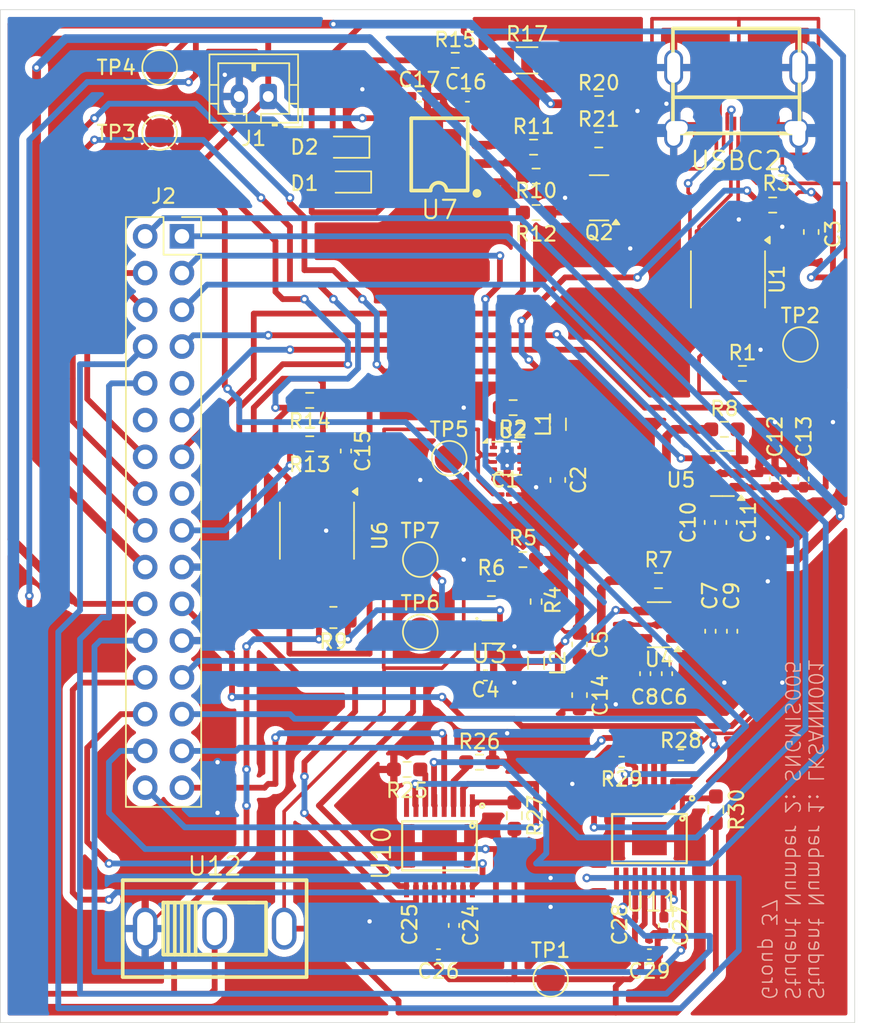
<source format=kicad_pcb>
(kicad_pcb (version 20241229) (generator "pcbnew") (generator_version "9.0")
  (title_block (date "2025-03-28") (company "University of Cape Town") (comment 3 "@ Author: Mishka Singh") (comment 4 "@ Author: Anna Lukose"))
  (layers (0 "F.Cu" signal) (2 "B.Cu" signal) (13 "F.Paste" user) (15 "B.Paste" user) (5 "F.SilkS" user "F.Silkscreen") (7 "B.SilkS" user "B.Silkscreen") (1 "F.Mask" user) (3 "B.Mask" user) (25 "Edge.Cuts" user))
  (net 0 "")
  (net 1 "/SWITCH")
  (net 2 "GND")
  (net 3 "/3V3 Out")
  (net 4 "/5V Out")
  (net 5 "Net-(C14-Pad1)")
  (net 6 "/EXT_LOAD1_OUT")
  (net 7 "/EXT_LOAD2_OUT")
  (net 8 "Net-(U7-CE)")
  (net 9 "+BATT")
  (net 10 "Net-(U10-VINT)")
  (net 11 "Net-(U10-VCP)")
  (net 12 "Net-(U11-VINT)")
  (net 13 "Net-(U11-VCP)")
  (net 14 "Net-(D1-K)")
  (net 15 "Net-(D1-A)")
  (net 16 "Net-(D2-K)")
  (net 17 "/MOTOR3_A_OUT")
  (net 18 "/CTRL_EXT_LOAD1")
  (net 19 "/MOTOR2_A_OUT")
  (net 20 "/MOTOR4_CTRL2")
  (net 21 "/ USART2_RX")
  (net 22 "/USART2_TX")
  (net 23 "/MOTOR4_CTRL1")
  (net 24 "/MOTOR2_CTRL2")
  (net 25 "/MOTOR1_CTRL1")
  (net 26 "/FAST_CHARGE_CTRL")
  (net 27 "/MOTOR3_B_OUT")
  (net 28 "/MOTOR4_A_OUT")
  (net 29 "/MOTOR2_CTRL1")
  (net 30 "/HV")
  (net 31 "/MOTOR1_B_OUT")
  (net 32 "/MOTOR1_CTRL2")
  (net 33 "/I2C1_SCL")
  (net 34 "/MOTOR3_CTRL2")
  (net 35 "/CTRL_EXT_LOAD2")
  (net 36 "/MOTOR4_B_OUT")
  (net 37 "/MOTOR2_B_OUT")
  (net 38 "/MOTOR3_CTRL1")
  (net 39 "/I2C1_SDA")
  (net 41 "/MOTOR1_A_OUT")
  (net 42 "Net-(U2-SW)")
  (net 43 "Net-(U3-SW)")
  (net 44 "Net-(Q2-C)")
  (net 45 "Net-(Q2-B)")
  (net 46 "Net-(U1-VBUS)")
  (net 47 "Net-(U2-PG)")
  (net 48 "Net-(R4-Pad1)")
  (net 49 "Net-(U3-FB)")
  (net 50 "Net-(U4-~{FLG})")
  (net 51 "Net-(U5-~{FLG})")
  (net 52 "Net-(U7-PROG)")
  (net 53 "Net-(R17-Pad2)")
  (net 54 "Net-(U10-BISEN)")
  (net 55 "Net-(U10-AISEN)")
  (net 56 "Net-(U10-nSLEEP)")
  (net 57 "Net-(U11-AISEN)")
  (net 58 "Net-(U11-BISEN)")
  (net 59 "Net-(U11-nSLEEP)")
  (net 60 "Net-(U1-CC1)")
  (net 61 "Net-(U1-CC2)")
  (net 63 "Net-(U1-DM)")
  (net 78 "Net-(U1-DP)")
  (footprint "Resistor_SMD:R_0603_1608Metric_Pad0.98x0.95mm_HandSolder" (layer "F.Cu") (at 159.5875 99.5 180)
    (property "Reference" "R5")
    (property "Value" "100k")
  )
  (footprint "Resistor_SMD:R_0603_1608Metric_Pad0.98x0.95mm_HandSolder" (layer "F.Cu") (at 173.5 90.5)
    (property "Reference" "R8")
    (property "Value" "10k")
  )
  (footprint "Resistor_SMD:R_0603_1608Metric_Pad0.98x0.95mm_HandSolder" (layer "F.Cu") (at 168.95 100.95)
    (property "Reference" "R7")
    (property "Value" "10k")
  )
  (footprint "Resistor_SMD:R_0402_1005Metric_Pad0.72x0.64mm_HandSolder" (layer "F.Cu") (at 166.4025 113.5 180)
    (property "Reference" "R29")
    (property "Value" "0.39")
  )
  (footprint "Resistor_SMD:R_0402_1005Metric_Pad0.72x0.64mm_HandSolder" (layer "F.Cu") (at 170.5 113)
    (property "Reference" "R28")
    (property "Value" "0.39")
  )
  (footprint "Capacitor_SMD:C_0402_1005Metric_Pad0.74x0.62mm_HandSolder" (layer "F.Cu") (at 174 96.9325 -90)
    (property "Reference" "C11")
    (property "Value" "0.1μ")
  )
  (footprint "Resistor_SMD:R_0402_1005Metric_Pad0.72x0.64mm_HandSolder" (layer "F.Cu") (at 160.5 102.4025 -90)
    (property "Reference" "R4")
    (property "Value" "680k")
  )
  (footprint "TestPoint:TestPoint_Pad_D2.0mm" (layer "F.Cu") (at 134.5 70)
    (property "Reference" "TP3")
    (property "Value" "Gnd Ref")
  )
  (footprint "LED_SMD:LED_0603_1608Metric_Pad1.05x0.95mm_HandSolder" (layer "F.Cu") (at 147.325 71 180)
    (property "Reference" "D2")
    (property "Value" "LED")
  )
  (footprint "PCBLIB_ETSSOP-16_L5.0-W4.4-P0.65-LS6.4-BL-EP_2025-03-27:ETSSOP-16_L5.0-W4.4-P0.65-LS6.4-BL-EP" (layer "F.Cu") (at 153.8251 119.28 180)
    (property "Reference" "U10")
    (property "Value" "DRV8833PWP_C1556089")
  )
  (footprint "Package_SO:SSOP-10-1EP_3.9x4.9mm_P1mm_EP2.1x3.3mm" (layer "F.Cu") (at 173.7501 80.1375 -90)
    (property "Reference" "U1")
    (property "Value" "CH224K")
  )
  (footprint "Package_SON:WSON-8-1EP_2x2mm_P0.5mm_EP0.9x1.6mm_ThermalVias" (layer "F.Cu") (at 158.5 92.5)
    (property "Reference" "U2")
    (property "Value" "TPS62172DSG")
  )
  (footprint "Resistor_SMD:R_0603_1608Metric_Pad0.98x0.95mm_HandSolder" (layer "F.Cu") (at 160.5 75.52)
    (property "Reference" "R12")
    (property "Value" "1k")
  )
  (footprint "Resistor_SMD:R_0603_1608Metric_Pad0.98x0.95mm_HandSolder" (layer "F.Cu") (at 164.825 70.5)
    (property "Reference" "R21")
    (property "Value" "3.3k")
  )
  (footprint "TestPoint:TestPoint_Pad_D2.0mm" (layer "F.Cu") (at 154.5 92.5)
    (property "Reference" "TP5")
    (property "Value" "Switch V")
  )
  (footprint "Resistor_SMD:R_0603_1608Metric_Pad0.98x0.95mm_HandSolder" (layer "F.Cu") (at 156.5875 113.5)
    (property "Reference" "R26")
    (property "Value" "1")
  )
  (footprint "Capacitor_SMD:C_0402_1005Metric_Pad0.74x0.62mm_HandSolder" (layer "F.Cu") (at 177 93.9325 90)
    (property "Reference" "C12")
    (property "Value" "0.1μ")
  )
  (footprint "Capacitor_SMD:C_0402_1005Metric_Pad0.74x0.62mm_HandSolder" (layer "F.Cu") (at 168.0375 107.3825 -90)
    (property "Reference" "C8")
    (property "Value" "10μ")
  )
  (footprint "Capacitor_SMD:C_0201_0603Metric_Pad0.64x0.40mm_HandSolder" (layer "F.Cu") (at 152.8251 124.7125 90)
    (property "Reference" "C25")
    (property "Value" "0.01u")
  )
  (footprint "Capacitor_SMD:C_0402_1005Metric_Pad0.74x0.62mm_HandSolder" (layer "F.Cu") (at 152.4325 67.5)
    (property "Reference" "C17")
    (property "Value" "10u")
  )
  (footprint "Capacitor_SMD:C_0402_1005Metric_Pad0.74x0.62mm_HandSolder" (layer "F.Cu") (at 169.3251 124.78 -90)
    (property "Reference" "C27")
    (property "Value" "2.2u")
  )
  (footprint "Resistor_SMD:R_0603_1608Metric_Pad0.98x0.95mm_HandSolder" (layer "F.Cu") (at 154.9125 65)
    (property "Reference" "R15")
    (property "Value" "1k")
  )
  (footprint "Capacitor_SMD:C_0603_1608Metric_Pad1.08x0.95mm_HandSolder" (layer "F.Cu") (at 179.5 76.8625 90)
    (property "Reference" "C3")
    (property "Value" "1μ")
  )
  (footprint "Resistor_SMD:R_0805_2012Metric_Pad1.20x1.40mm_HandSolder" (layer "F.Cu") (at 146.5 103.5 180)
    (property "Reference" "R9")
    (property "Value" "0.1")
  )
  (footprint "Resistor_SMD:R_0603_1608Metric_Pad0.98x0.95mm_HandSolder" (layer "F.Cu") (at 159 117.1925 -90)
    (property "Reference" "R27")
    (property "Value" "56k")
  )
  (footprint "TestPoint:TestPoint_Pad_D2.0mm" (layer "F.Cu") (at 134.5 65.5)
    (property "Reference" "TP4")
    (property "Value" "Batt")
  )
  (footprint "Resistor_SMD:R_0603_1608Metric_Pad0.98x0.95mm_HandSolder" (layer "F.Cu") (at 160.325 71)
    (property "Reference" "R11")
    (property "Value" "4.7K")
  )
  (footprint "Capacitor_SMD:C_0402_1005Metric_Pad0.74x0.62mm_HandSolder" (layer "F.Cu") (at 153.7576 126.78 180)
    (property "Reference" "C26")
    (property "Value" "10u")
  )
  (footprint "TestPoint:TestPoint_Pad_D2.0mm" (layer "F.Cu") (at 152.5 99.5)
    (property "Reference" "TP7")
    (property "Value" "TestPoint")
  )
  (footprint "Capacitor_SMD:C_0402_1005Metric_Pad0.74x0.62mm_HandSolder" (layer "F.Cu") (at 172.5 96.9325 -90)
    (property "Reference" "C10")
    (property "Value" "10μ")
  )
  (footprint "Resistor_SMD:R_0603_1608Metric_Pad0.98x0.95mm_HandSolder" (layer "F.Cu") (at 172.9126 116.78 -90)
    (property "Reference" "R30")
    (property "Value" "56k")
  )
  (footprint "Capacitor_SMD:C_0402_1005Metric_Pad0.74x0.62mm_HandSolder" (layer "F.Cu") (at 154.8251 124.78 -90)
    (property "Reference" "C24")
    (property "Value" "2.2u")
  )
  (footprint "Resistor_SMD:R_0603_1608Metric_Pad0.98x0.95mm_HandSolder" (layer "F.Cu") (at 164.825 67.99)
    (property "Reference" "R20")
    (property "Value" "2.7k")
  )
  (footprint "Capacitor_SMD:C_0201_0603Metric_Pad0.64x0.40mm_HandSolder" (layer "F.Cu") (at 167.3251 124.7125 90)
    (property "Reference" "C28")
    (property "Value" "0.01u")
  )
  (footprint "Resistor_SMD:R_0603_1608Metric_Pad0.98x0.95mm_HandSolder" (layer "F.Cu") (at 174.7501 86.6375)
    (property "Reference" "R1")
    (property "Value" "10k")
  )
  (footprint "Inductor_SMD:L_0805_2012Metric_Pad1.05x1.20mm_HandSolder" (layer "F.Cu") (at 160.5 106.65 90)
    (property "Reference" "L2")
    (property "Value" "1μ")
  )
  (footprint "Capacitor_SMD:C_0402_1005Metric_Pad0.74x0.62mm_HandSolder" (layer "F.Cu") (at 168.3251 126.78 180)
    (property "Reference" "C29")
    (property "Value" "10u")
  )
  (footprint "TestPoint:TestPoint_Pad_D2.0mm" (layer "F.Cu") (at 178.7501 84.6375)
    (property "Reference" "TP2")
    (property "Value" "TestPoint")
  )
  (footprint "Capacitor_SMD:C_01005_0402Metric_Pad0.57x0.30mm_HandSolder" (layer "F.Cu") (at 158.3625 95)
    (property "Reference" "C1")
    (property "Value" "10μ")
  )
  (footprint "Capacitor_SMD:C_0402_1005Metric_Pad0.74x0.62mm_HandSolder" (layer "F.Cu") (at 157 107.5)
    (property "Reference" "C4")
    (property "Value" "10μ")
  )
  (footprint "PCBLIB_SOT-563_L1.6-W1.2-P0.50-LS1.6-BR_2025-03-27:SOT-563_L1.6-W1.2-P0.50-LS1.6-BR" (layer "F.Cu") (at 157.2499 104.5 180)
    (property "Reference" "U3")
    (property "Value" "TPS61023DRLR")
  )
  (footprint "Resistor_SMD:R_1206_3216Metric_Pad1.30x1.75mm_HandSolder" (layer "F.Cu") (at 159.875 65)
    (property "Reference" "R17")
    (property "Value" "0.56")
  )
  (footprint "Package_TO_SOT_SMD:SOT-23-5" (layer "F.Cu") (at 173.3625 93.55 180)
    (property "Reference" "U5")
    (property "Value" "AP2171W")
  )
  (footprint "Resistor_SMD:R_0603_1608Metric_Pad0.98x0.95mm_HandSolder" (layer "F.Cu") (at 160.5 73)
    (property "Reference" "R10")
    (property "Value" "2.7k")
  )
  (footprint "Resistor_SMD:R_0603_1608Metric_Pad0.98x0.95mm_HandSolder" (layer "F.Cu") (at 176.8376 75 180)
    (property "Reference" "R3")
    (property "Value" "1k")
  )
  (footprint "PCBLIB_ETSSOP-16_L5.0-W4.4-P0.65-LS6.4-BL-EP_2025-03-27:ETSSOP-16_L5.0-W4.4-P0.65-LS6.4-BL-EP" (layer "F.Cu") (at 168.3251 118.78 180)
    (property "Reference" "U11")
    (property "Value" "DRV8833PWP_C1556089")
  )
  (footprint "Inductor_SMD:L_0805_2012Metric_Pad1.05x1.20mm_HandSolder" (layer "F.Cu") (at 162 90.15 90)
    (property "Reference" "L1")
    (property "Value" "2.2μ")
  )
  (footprint "Resistor_SMD:R_0603_1608Metric_Pad0.98x0.95mm_HandSolder" (layer "F.Cu") (at 157.4125 101.5)
    (property "Reference" "R6")
    (property "Value" "56k")
  )
  (footprint "Package_TO_SOT_SMD:SOT-23-5" (layer "F.Cu") (at 169 104 180)
    (property "Reference" "U4")
    (property "Value" "AP2171W")
  )
  (footprint "Connector_PinSocket_2.54mm:PinSocket_2x16_P2.54mm_Vertical" (layer "F.Cu") (at 136.04 77.16)
    (property "Reference" "J2")
    (property "Value" "Conn_02x16_Odd_Even")
  )
  (footprint "Capacitor_SMD:C_0402_1005Metric_Pad0.74x0.62mm_HandSolder" (layer "F.Cu") (at 172.5375 104.45 90)
    (property "Reference" "C7")
    (property "Value" "0.1μ")
  )
  (footprint "Capacitor_SMD:C_0603_1608Metric_Pad1.08x0.95mm_HandSolder" (layer "F.Cu") (at 162 94 -90)
    (property "Reference" "C2")
    (property "Value" "22μ")
  )
  (footprint "Capacitor_SMD:C_0603_1608Metric_Pad1.08x0.95mm_HandSolder" (layer "F.Cu") (at 163.5 105.3625 -90)
    (property "Reference" "C5")
    (property "Value" "22μ")
  )
  (footprint "Resistor_SMD:R_0603_1608Metric_Pad0.98x0.95mm_HandSolder" (layer "F.Cu") (at 144.865 88.5 180)
    (property "Reference" "R14")
    (property "Value" "3.3k")
  )
  (footprint "Capacitor_SMD:C_0402_1005Metric_Pad0.74x0.62mm_HandSolder" (layer "F.Cu") (at 178.97 93.9325 90)
    (property "Reference" "C13")
    (property "Value" "0.1μ")
  )
  (footprint "Connector_JST:JST_PH_B2B-PH-K_1x02_P2.00mm_Vertical" (layer "F.Cu") (at 142 67.5 180)
    (property "Reference" "J1")
    (property "Value" "Conn_01x02")
  )
  (footprint "TestPoint:TestPoint_Pad_D2.0mm" (layer "F.Cu") (at 152.5 104.5)
    (property "Reference" "TP6")
    (property "Value" "Switch V")
  )
  (footprint "Capacitor_SMD:C_0402_1005Metric_Pad0.74x0.62mm_HandSolder" (layer "F.Cu") (at 174.0375 104.45 90)
    (property "Reference" "C9")
    (property "Value" "0.1μ")
  )
  (footprint "LED_SMD:LED_0603_1608Metric_Pad1.05x0.95mm_HandSolder" (layer "F.Cu") (at 147.45 73.41 180)
    (property "Reference" "D1")
    (property "Value" "LED")
  )
  (footprint "Capacitor_SMD:C_0603_1608Metric_Pad1.08x0.95mm_HandSolder" (layer "F.Cu") (at 163.5 108.8625 -90)
    (property "Reference" "C14")
    (property "Value" "22μ")
  )
  (footprint "Resistor_SMD:R_0603_1608Metric_Pad0.98x0.95mm_HandSolder" (layer "F.Cu") (at 151.5875 114 180)
    (property "Reference" "R25")
    (property "Value" "1")
  )
  (footprint "Capacitor_SMD:C_0402_1005Metric_Pad0.74x0.62mm_HandSolder" (layer "F.Cu") (at 155.7575 67.5 180)
    (property "Reference" "C16")
    (property "Value" "10u")
  )
  (footprint "Capacitor_SMD:C_0402_1005Metric_Pad0.74x0.62mm_HandSolder" (layer "F.Cu") (at 147.365 92 -90)
    (property "Reference" "C15")
    (property "Value" "0.1u")
  )
  (footprint "PCBLIB_SW-TH_SHOU-HAN_SS12D10G4_2025-03-27:SW-TH_SHOU-HAN_SS12D10G4" (layer "F.Cu") (at 138.3 125)
    (property "Reference" "U12")
    (property "Value" "HX SS12D10G4")
  )
  (footprint "Resistor_SMD:R_0603_1608Metric_Pad0.98x0.95mm_HandSolder" (layer "F.Cu") (at 144.865 91.5 180)
    (property "Reference" "R13")
    (property "Value" "3.3k")
  )
  (footprint "TestPoint:TestPoint_Pad_D2.0mm" (layer "F.Cu") (at 161.5 128.5)
    (property "Reference" "TP1")
    (property "Value" "Switch V")
  )
  (footprint "Resistor_SMD:R_0603_1608Metric_Pad0.98x0.95mm_HandSolder" (layer "F.Cu") (at 158.9125 89 180)
    (property "Reference" "R2")
    (property "Value" "100k")
  )
  (footprint "Capacitor_SMD:C_0402_1005Metric_Pad0.74x0.62mm_HandSolder" (layer "F.Cu") (at 169.5375 107.3825 -90)
    (property "Reference" "C6")
    (property "Value" "0.1μ")
  )
  (footprint "PCBLIB_TYPE-C-USB-23_2025-03-28:TYPE-C-USB-23" (layer "F.Cu") (at 174.32 68.0599 180)
    (property "Reference" "USBC2")
    (property "Value" "TYPE-C-31-M-05 5")
  )
  (footprint "PCBLIB_SOP-8_L4.9-W3.9-P1.27-LS6.0-TL-EP_2025-03-26 (1):SOP-8_L4.9-W3.9-P1.27-LS6.0-TL-EP" (layer "F.Cu") (at 153.825 71.5 180)
    (property "Reference" "U7")
    (property "Value" "TP4056-MS")
  )
  (footprint "Package_SO:SOIC-8_3.9x4.9mm_P1.27mm" (layer "F.Cu") (at 145.365 97.5 -90)
    (property "Reference" "U6")
    (property "Value" "INA219AxD")
  )
  (footprint "Package_TO_SOT_SMD:SOT-23" (layer "F.Cu") (at 164.85 74.5 180)
    (property "Reference" "Q2")
    (property "Value" "MMBT2222A")
  )
  (gr_rect (start 123.5 61.5) (end 182.5 131.5) (stroke (width 0.05)) (fill no) (layer "Edge.Cuts"))
  (gr_text "Student Number 1: LKSANN001\nStudent Number 2: SNGMIS005\nGroup 37" (at 176 130 270) (layer "B.SilkS") (effects (font (size 1 1) (thickness 0.1)) (justify left bottom mirror)))
  (segment (start 158.025 95) (end 157.5 95) (width 0.25) (layer "F.Cu") (net 1))
  (segment (start 156.5 92.5) (end 156.75 92.25) (width 0.25) (layer "F.Cu") (net 1))
  (segment (start 156.5 105) (end 156 105) (width 0.25) (layer "F.Cu") (net 1))
  (segment (start 153.1901 126.78) (end 153.1901 127.1901) (width 0.4) (layer "F.Cu") (net 1))
  (segment (start 153.5 124.658892) (end 153.038892 125.12) (width 0.4) (layer "F.Cu") (net 1))
  (segment (start 154.5 128.5) (end 158.5 128.5) (width 0.4) (layer "F.Cu") (net 1))
  (segment (start 172.9126 117.6925) (end 172.9126 128.0874) (width 0.4) (layer "F.Cu") (net 1))
  (segment (start 151 130) (end 147.78 126.78) (width 0.4) (layer "F.Cu") (net 1))
  (segment (start 156 105) (end 154 107) (width 0.25) (layer "F.Cu") (net 1))
  (segment (start 161.5 128.5) (end 166.5 128.5) (width 0.4) (layer "F.Cu") (net 1))
  (segment (start 166.5 128.5) (end 167 128.5) (width 0.4) (layer "F.Cu") (net 1))
  (segment (start 156.5 105) (end 156.5 107.4325) (width 0.25) (layer "F.Cu") (net 1))
  (segment (start 157.55 92.25) (end 156.75 92.25) (width 0.25) (layer "F.Cu") (net 1))
  (segment (start 159 118.105) (end 159 128.5) (width 0.4) (layer "F.Cu") (net 1))
  (segment (start 156.5 90.5) (end 150 90.5) (width 0.25) (layer "F.Cu") (net 1))
  (segment (start 166 129) (end 166 130.799) (width 0.4) (layer "F.Cu") (net 1))
  (segment (start 168 124.658892) (end 167.538892 125.12) (width 0.4) (layer "F.Cu") (net 1))
  (segment (start 153.038892 125.12) (end 152.8251 125.12) (width 0.4) (layer "F.Cu") (net 1))
  (segment (start 166 130.799) (end 151 130.799) (width 0.4) (layer "F.Cu") (net 1))
  (segment (start 149.974 98) (end 149.974 106.974) (width 0.25) (layer "F.Cu") (net 1))
  (segment (start 156.5 105) (end 155.5 105) (width 0.25) (layer "F.Cu") (net 1))
  (segment (start 167.538892 125.12) (end 167.3251 125.12) (width 0.4) (layer "F.Cu") (net 1))
  (segment (start 150 97.974) (end 149.974 98) (width 0.25) (layer "F.Cu") (net 1))
  (segment (start 167 128.5) (end 167.7576 127.7424) (width 0.4) (layer "F.Cu") (net 1))
  (segment (start 152.8251 125.12) (end 152.8251 126.415) (width 0.4) (layer "F.Cu") (net 1))
  (segment (start 154 107) (end 150 107) (width 0.25) (layer "F.Cu") (net 1))
  (segment (start 150 90.5) (end 150 97.974) (width 0.25) (layer "F.Cu") (net 1))
  (segment (start 157.5 95) (end 156.5 94) (width 0.25) (layer "F.Cu") (net 1))
  (segment (start 157.55 92.75) (end 157.25 92.75) (width 0.25) (layer "F.Cu") (net 1))
  (segment (start 158.5 128.5) (end 159 128.5) (width 0.4) (layer "F.Cu") (net 1))
  (segment (start 155.5 105) (end 153 105) (width 0.25) (layer "F.Cu") (net 1))
  (segment (start 167.7576 127.7424) (end 167.7576 126.78) (width 0.4) (layer "F.Cu") (net 1))
  (segment (start 147.78 126.78) (end 146 125) (width 0.4) (layer "F.Cu") (net 1))
  (segment (start 154.75 92.75) (end 154.5 92.5) (width 0.25) (layer "F.Cu") (net 1))
  (segment (start 156.5 92) (end 156.5 90.5) (width 0.25) (layer "F.Cu") (net 1))
  (segment (start 153 105) (end 152.5 104.5) (width 0.25) (layer "F.Cu") (net 1))
  (segment (start 156.5 94) (end 156.5 92.5) (width 0.25) (layer "F.Cu") (net 1))
  (segment (start 149.974 97.526) (end 149.974 98) (width 0.25) (layer "F.Cu") (net 1))
  (segment (start 150 110) (end 143.1 116.9) (width 0.25) (layer "F.Cu") (net 1))
  (segment (start 157.9265 108.994) (end 156.4325 107.5) (width 0.25) (layer "F.Cu") (net 1))
  (segment (start 146 125) (end 143.1 125) (width 0.4) (layer "F.Cu") (net 1))
  (segment (start 153.5 122.06) (end 153.5 124.658892) (width 0.4) (layer "F.Cu") (net 1))
  (segment (start 156.75 92.25) (end 156.5 92) (width 0.25) (layer "F.Cu") (net 1))
  (segment (start 156.5 104.4999) (end 156.0001 104.4999) (width 0.25) (layer "F.Cu") (net 1))
  (segment (start 170.201 130.799) (end 166 130.799) (width 0.4) (layer "F.Cu") (net 1))
  (segment (start 153.1901 127.1901) (end 154.5 128.5) (width 0.4) (layer "F.Cu") (net 1))
  (segment (start 167.3251 125.12) (end 167.3251 126.3475) (width 0.4) (layer "F.Cu") (net 1))
  (segment (start 159 128.5) (end 161.5 128.5) (width 0.4) (layer "F.Cu") (net 1))
  (segment (start 160.5 107.8) (end 159.306 108.994) (width 0.25) (layer "F.Cu") (net 1))
  (segment (start 154.5 92.5) (end 156.5 92.5) (width 0.25) (layer "F.Cu") (net 1))
  (segment (start 168 121.56) (end 168 124.658892) (width 0.4) (layer "F.Cu") (net 1))
  (segment (start 167.3251 126.3475) (end 167.7576 126.78) (width 0.4) (layer "F.Cu") (net 1))
  (segment (start 149.974 106.974) (end 150 107) (width 0.25) (layer "F.Cu") (net 1))
  (segment (start 143.1 116.9) (end 143.1 125) (width 0.25) (layer "F.Cu") (net 1))
  (segment (start 157.25 92.75) (end 156.5 92) (width 0.25) (layer "F.Cu") (net 1))
  (segment (start 152.8251 126.415) (end 153.1901 126.78) (width 0.4) (layer "F.Cu") (net 1))
  (segment (start 166.5 128.5) (end 166 129) (width 0.4) (layer "F.Cu") (net 1))
  (segment (start 151 130.799) (end 151 130) (width 0.4) (layer "F.Cu") (net 1))
  (segment (start 159.306 108.994) (end 157.9265 108.994) (width 0.25) (layer "F.Cu") (net 1))
  (segment (start 153.1901 126.78) (end 148 126.78) (width 0.4) (layer "F.Cu") (net 1))
  (segment (start 148 126.78) (end 147.78 126.78) (width 0.4) (layer "F.Cu") (net 1))
  (segment (start 156.5 107.4325) (end 156.4325 107.5) (width 0.25) (layer "F.Cu") (net 1))
  (segment (start 150 107) (end 150 110) (width 0.25) (layer "F.Cu") (net 1))
  (segment (start 156.0001 104.4999) (end 155.5 105) (width 0.25) (layer "F.Cu") (net 1))
  (segment (start 172.9126 128.0874) (end 170.201 130.799) (width 0.4) (layer "F.Cu") (net 1))
  (segment (start 158.3 94) (end 160 94) (width 0.2) (layer "F.Cu") (net 2))
  (segment (start 168.8926 125.78) (end 169.3251 125.3475) (width 0.4) (layer "F.Cu") (net 2))
  (segment (start 158.5 105) (end 159 105.5) (width 0.2) (layer "F.Cu") (net 2))
  (segment (start 159.45 93.45) (end 160.5 94.5) (width 0.2) (layer "F.Cu") (net 2))
  (segment (start 171.4501 70.6198) (end 171.4501 69.6198) (width 0.2) (layer "F.Cu") (net 2))
  (segment (start 168.8926 126.78) (end 168.8926 125.78) (width 0.4) (layer "F.Cu") (net 2))
  (segment (start 179.5 76) (end 178 76) (width 0.25) (layer "F.Cu") (net 2))
  (segment (start 157.9998 105) (end 158.5 105) (width 0.2) (layer "F.Cu") (net 2))
  (segment (start 156 89) (end 155.5 89) (width 0.2) (layer "F.Cu") (net 2))
  (segment (start 154.1502 122.06) (end 154.1502 119.6051) (width 0.25) (layer "F.Cu") (net 2))
  (segment (start 178 76) (end 177.5 76.5) (width 0.25) (layer "F.Cu") (net 2))
  (segment (start 174.5 77.2499) (end 174.7501 77.5) (width 0.25) (layer "F.Cu") (net 2))
  (segment (start 178.1402 69.3699) (end 178.4201 69.6498) (width 0.2) (layer "F.Cu") (net 2))
  (segment (start 177 93.365) (end 177 90) (width 0.2) (layer "F.Cu") (net 2))
  (segment (start 171.0975 113) (end 172.5915 111.506) (width 0.25) (layer "F.Cu") (net 2))
  (segment (start 159.45 93.25) (end 159.45 93.45) (width 0.2) (layer "F.Cu") (net 2))
  (segment (start 170.4998 69.3699) (end 170.2199 69.6498) (width 0.2) (layer "F.Cu") (net 2))
  (segment (start 174.7501 83.7501) (end 174.7501 82.775) (width 0.2) (layer "F.Cu") (net 2))
  (segment (start 176 85) (end 174.7501 83.7501) (width 0.2) (layer "F.Cu") (net 2))
  (segment (start 161.5 123.5) (end 161.5 121.5) (width 0.25) (layer "F.Cu") (net 2))
  (segment (start 138.5 120) (end 138.5 117) (width 0.2) (layer "F.Cu") (net 2))
  (segment (start 157.55 90.55) (end 156 89) (width 0.2) (layer "F.Cu") (net 2))
  (segment (start 171.4501 69.6198) (end 171.7 69.3699) (width 0.2) (layer "F.Cu") (net 2))
  (segment (start 157.55 91.75) (end 157.55 90.55) (width 0.2) (layer "F.Cu") (net 2))
  (segment (start 171.7 69.3699) (end 170.4998 69.3699) (width 0.2) (layer "F.Cu") (net 2))
  (segment (start 173.45 107.95) (end 169.5375 107.95) (width 0.25) (layer "F.Cu") (net 2))
  (segment (start 177.1999 70.3698) (end 177.1999 69.3699) (width 0.2) (layer "F.Cu") (net 2))
  (segment (start 168.6502 121.56) (end 168.6502 124.6726) (width 0.25) (layer "F.Cu") (net 2))
  (segment (start 172.5915 111.506) (end 174.209592 111.506) (width 0.25) (layer "F.Cu") (net 2))
  (segment (start 177.5 108.215592) (end 177.5 108) (width 0.25) (layer "F.Cu") (net 2))
  (segment (start 174.5 76) (end 174.5 77.2499) (width 0.25) (layer "F.Cu") (net 2))
  (segment (start 165.805 113.5) (end 165.805 114.195) (width 0.25) (layer "F.Cu") (net 2))
  (segment (start 168.6502 124.6726) (end 169.3251 125.3475) (width 0.25) (layer "F.Cu") (net 2))
  (segment (start 174.209592 111.506) (end 177.5 108.215592) (width 0.25) (layer "F.Cu") (net 2))
  (segment (start 165.805 114.195) (end 165.5 114.5) (width 0.25) (layer "F.Cu") (net 2))
  (segment (start 133.5 125) (end 138.5 120) (width 0.2) (layer "F.Cu") (net 2))
  (segment (start 157.55 93.25) (end 158.3 94) (width 0.2) (layer "F.Cu") (net 2))
  (segment (start 177.1999 69.3699) (end 178.1402 69.3699) (width 0.2) (layer "F.Cu") (net 2))
  (segment (start 154.1502 122.06) (end 154.1502 124.6726) (width 0.25) (layer "F.Cu") (net 2))
  (segment (start 173.5 108) (end 173.45 107.95) (width 0.25) (layer "F.Cu") (net 2))
  (segment (start 154.1502 124.6726) (end 154.8251 125.3475) (width 0.25) (layer "F.Cu") (net 2))
  (segment (start 176.9499 70.6198) (end 177.1999 70.3698) (width 0.2) (layer "F.Cu") (net 2))
  (segment (start 160 94) (end 160.5 94.5) (width 0.2) (layer "F.Cu") (net 2))
  (segment (start 154.1502 119.6051) (end 153.8251 119.28) (width 0.25) (layer "F.Cu") (net 2))
  (via (at 159 105.5) (size 0.6) (drill 0.3) (layers "F.Cu" "B.Cu") (net 2))
  (via (at 167 78) (size 0.6) (drill 0.3) (layers "F.Cu" "B.Cu") (net 2))
  (via (at 148.5 67) (size 0.6) (drill 0.3) (layers "F.Cu" "B.Cu") (net 2))
  (via (at 155.5 99.5) (size 0.6) (drill 0.3) (layers "F.Cu" "B.Cu") (net 2))
  (via (at 181 90) (size 0.6) (drill 0.3) (layers "F.Cu" "B.Cu") (net 2))
  (via (at 176.5 101) (size 0.6) (drill 0.3) (layers "F.Cu" "B.Cu") (net 2))
  (via (at 138.5 117) (size 0.6) (drill 0.3) (layers "F.Cu" "B.Cu") (net 2))
  (via (at 163 115) (size 0.6) (drill 0.3) (layers "F.Cu" "B.Cu") (net 2))
  (via (at 173.5 108) (size 0.6) (drill 0.3) (layers "F.Cu" "B.Cu") (net 2))
  (via (at 177.5 108) (size 0.6) (drill 0.3) (layers "F.Cu" "B.Cu") (net 2))
  (via (at 177.5 76.5) (size 0.6) (drill 0.3) (layers "F.Cu" "B.Cu") (net 2))
  (via (at 174.5 76) (size 0.6) (drill 0.3) (layers "F.Cu" "B.Cu") (net 2))
  (via (at 176 85) (size 0.6) (drill 0.3) (layers "F.Cu" "B.Cu") (net 2))
  (via (at 169.5 68) (size 0.6) (drill 0.3) (layers "F.Cu" "B.Cu") (net 2))
  (via (at 165.5 114.5) (size 0.6) (drill 0.3) (layers "F.Cu" "B.Cu") (net 2))
  (via (at 162.5 74.5) (size 0.6) (drill 0.3) (layers "F.Cu" "B.Cu") (net 2))
  (via (at 152.5 94) (size 0.6) (drill 0.3) (layers "F.Cu" "B.Cu") (net 2))
  (via (at 139 66) (size 0.6) (drill 0.3) (layers "F.Cu" "B.Cu") (net 2))
  (via (at 160.5 94.5) (size 0.6) (drill 0.3) (layers "F.Cu" "B.Cu") (net 2))
  (via (at 138.5 113.5) (size 0.6) (drill 0.3) (layers "F.Cu" "B.Cu") (net 2))
  (via (at 146 97.5) (size 0.6) (drill 0.3) (layers "F.Cu" "B.Cu") (net 2))
  (via (at 158.5 111.5) (size 0.6) (drill 0.3) (layers "F.Cu" "B.Cu") (net 2))
  (via (at 167.5 68.5) (size 0.6) (drill 0.3) (layers "F.Cu" "B.Cu") (net 2))
  (via (at 161.5 123.5) (size 0.6) (drill 0.3) (layers "F.Cu" "B.Cu") (net 2))
  (via (at 176.5 98) (size 0.6) (drill 0.3) (layers "F.Cu" "B.Cu") (net 2))
  (via (at 177 90) (size 0.6) (drill 0.3) (layers "F.Cu" "B.Cu") (net 2))
  (via (at 149 124.5) (size 0.6) (drill 0.3) (layers "F.Cu" "B.Cu") (net 2))
  (via (at 159 108) (size 0.6) (drill 0.3) (layers "F.Cu" "B.Cu") (net 2))
  (via (at 155.5 89) (size 0.6) (drill 0.3) (layers "F.Cu" "B.Cu") (net 2))
  (via (at 161.5 121.5) (size 0.6) (drill 0.3) (layers "F.Cu" "B.Cu") (net 2))
  (via (at 166 109.5) (size 0.6) (drill 0.3) (layers "F.Cu" "B.Cu") (net 2))
  (segment (start 165.5 114.5) (end 163.5 114.5) (width 0.25) (layer "B.Cu") (net 2))
  (segment (start 177.5 89.5) (end 177.5 88.5) (width 0.2) (layer "B.Cu") (net 2))
  (segment (start 179 90) (end 181 90) (width 0.2) (layer "B.Cu") (net 2))
  (segment (start 177.5 86.5) (end 176 85) (width 0.2) (layer "B.Cu") (net 2))
  (segment (start 177.5 76.5) (end 175 76.5) (width 0.25) (layer "B.Cu") (net 2))
  (segment (start 177.5 108) (end 173.5 108) (width 0.25) (layer "B.Cu") (net 2))
  (segment (start 175 76.5) (end 174.5 76) (width 0.25) (layer "B.Cu") (net 2))
  (segment (start 177.5 88.5) (end 177.5 86.5) (width 0.2) (layer "B.Cu") (net 2))
  (segment (start 163.5 114.5) (end 163 115) (width 0.25) (layer "B.Cu") (net 2))
  (segment (start 138.5 117) (end 138.5 113.5) (width 0.2) (layer "B.Cu") (net 2))
  (segment (start 177.5 88.5) (end 179 90) (width 0.2) (layer "B.Cu") (net 2))
  (segment (start 161.5 124.5) (end 161.5 123.5) (width 0.25) (layer "B.Cu") (net 2))
  (segment (start 149 124.5) (end 161.5 124.5) (width 0.25) (layer "B.Cu") (net 2))
  (segment (start 177 90) (end 177.5 89.5) (width 0.2) (layer "B.Cu") (net 2))
  (segment (start 162.5 80) (end 159.5 83) (width 0.4) (layer "F.Cu") (net 3))
  (segment (start 149.5 86) (end 150 86.5) (width 0.4) (layer "F.Cu") (net 3))
  (segment (start 145.845 91.4325) (end 145.7775 91.5) (width 0.4) (layer "F.Cu") (net 3))
  (segment (start 163.5 92.5) (end 163.5 89.5) (width 0.25) (layer "F.Cu") (net 3))
  (segment (start 127 72) (end 127 90.98) (width 0.4) (layer "F.Cu") (net 3))
  (segment (start 179.275 77.5) (end 179.5 77.725) (width 0.4) (layer "F.Cu") (net 3))
  (segment (start 145.5 87) (end 145.7775 87.2775) (width 0.4) (layer "F.Cu") (net 3))
  (segment (start 161.5 86.5) (end 160.5 86.5) (width 0.4) (layer "F.Cu") (net 3))
  (segment (start 163 89) (end 162 89) (width 0.25) (layer "F.Cu") (net 3))
  (segment (start 161.6125 92.75) (end 162 93.1375) (width 0.25) (layer "F.Cu") (net 3))
  (segment (start 147.365 91.4325) (end 145.845 91.4325) (width 0.4) (layer "F.Cu") (net 3))
  (segment (start 143 87) (end 145.5 87) (width 0.4) (layer "F.Cu") (net 3))
  (segment (start 159.45 92.75) (end 161.6125 92.75) (width 0.25) (layer "F.Cu") (net 3))
  (segment (start 145.7775 88.5) (end 145.7775 91.5) (width 0.4) (layer "F.Cu") (net 3))
  (segment (start 175.7501 77.5) (end 179.275 77.5) (width 0.4) (layer "F.Cu") (net 3))
  (segment (start 144.5 79.5) (end 146.5 79.5) (width 0.4) (layer "F.Cu") (net 3))
  (segment (start 160.5 86.5) (end 150.5 86.5) (width 0.4) (layer "F.Cu") (net 3))
  (segment (start 141 97.515) (end 141 89) (width 0.4) (layer "F.Cu") (net 3))
  (segment (start 143.46 99.975) (end 141 97.515) (width 0.4) (layer "F.Cu") (net 3))
  (segment (start 162 87) (end 161.5 86.5) (width 0.4) (layer "F.Cu") (net 3))
  (segment (start 160.5 86.18) (end 160.5 86.5) (width 0.4) (layer "F.Cu") (net 3))
  (segment (start 162 93.1375) (end 162.8625 93.1375) (width 0.25) (layer "F.Cu") (net 3))
  (segment (start 160 85.68) (end 160.5 86.18) (width 0.4) (layer "F.Cu") (net 3))
  (segment (start 145.7775 94.8025) (end 146 95.025) (width 0.4) (layer "F.Cu") (net 3))
  (segment (start 143.5 106) (end 143.46 105.96) (width 0.4) (layer "F.Cu") (net 3))
  (segment (start 150 86.5) (end 150.5 86.5) (width 0.4) (layer "F.Cu") (net 3))
  (segment (start 149 106) (end 143.5 106) (width 0.4) (layer "F.Cu") (net 3))
  (segment (start 144.5 75.849942) (end 144.5 79.5) (width 0.4) (layer "F.Cu") (net 3))
  (segment (start 162.8625 93.1375) (end 163.5 92.5) (width 0.25) (layer "F.Cu") (net 3))
  (segment (start 175.9251 77.325) (end 175.7501 77.5) (width 0.4) (layer "F.Cu") (net 3))
  (segment (start 175.9251 75) (end 175.9251 77.325) (width 0.4) (layer "F.Cu") (net 3))
  (segment (start 145.7775 87.2775) (end 145.7775 88.5) (width 0.4) (layer "F.Cu") (net 3))
  (segment (start 143.5 74.849942) (end 144.5 75.849942) (width 0.4) (layer "F.Cu") (net 3))
  (segment (start 149 88) (end 150.5 86.5) (width 0.4) (layer "F.Cu") (net 3))
  (segment (start 127 90.98) (end 133.5 97.48) (width 0.4) (layer "F.Cu") (net 3))
  (segment (start 159.825 89) (end 162 89) (width 0.25) (layer "F.Cu") (net 3))
  (segment (start 143.46 105.96) (end 143.46 99.975) (width 0.4) (layer "F.Cu") (net 3))
  (segment (start 146.5 79.5) (end 148.5 81.5) (width 0.4) (layer "F.Cu") (net 3))
  (segment (start 143.5 74.5) (end 143.5 74.849942) (width 0.4) (layer "F.Cu") (net 3))
  (segment (start 167.5 80) (end 162.5 80) (width 0.4) (layer "F.Cu") (net 3))
  (segment (start 149 106) (end 149 88) (width 0.4) (layer "F.Cu") (net 3))
  (segment (start 145.7775 91.5) (end 145.7775 94.8025) (width 0.4) (layer "F.Cu") (net 3))
  (segment (start 175.9251 74.868574) (end 175.0613 74.004774) (width 0.4) (layer "F.Cu") (net 3))
  (segment (start 175.7501 75.175) (end 175.9251 75) (width 0.4) (layer "F.Cu") (net 3))
  (segment (start 162 89) (end 162 87) (width 0.4) (layer "F.Cu") (net 3))
  (segment (start 163.5 89.5) (end 163 89) (width 0.25) (layer "F.Cu") (net 3))
  (segment (start 141 89) (end 143 87) (width 0.4) (layer "F.Cu") (net 3))
  (segment (start 130 69) (end 127 72) (width 0.4) (layer "F.Cu") (net 3))
  (segment (start 175.9251 75) (end 175.9251 74.868574) (width 0.4) (layer "F.Cu") (net 3))
  (via (at 130 69) (size 0.6) (drill 0.3) (layers "F.Cu" "B.Cu") (net 3))
  (via (at 175.0613 74.004774) (size 0.6) (drill 0.3) (layers "F.Cu" "B.Cu") (net 3))
  (via (at 167.5 80) (size 0.6) (drill 0.3) (layers "F.Cu" "B.Cu") (net 3))
  (via (at 159.5 83) (size 0.6) (drill 0.3) (layers "F.Cu" "B.Cu") (net 3))
  (via (at 149.5 86) (size 0.6) (drill 0.3) (layers "F.Cu" "B.Cu") (net 3))
  (via (at 160 85.68) (size 0.6) (drill 0.3) (layers "F.Cu" "B.Cu") (net 3))
  (via (at 143.5 74.5) (size 0.6) (drill 0.3) (layers "F.Cu" "B.Cu") (net 3))
  (via (at 148.5 81.5) (size 0.6) (drill 0.3) (layers "F.Cu" "B.Cu") (net 3))
  (segment (start 149.5 82.5) (end 149.5 86) (width 0.4) (layer "B.Cu") (net 3))
  (segment (start 175.0613 74.004774) (end 173.495226 74.004774) (width 0.4) (layer "B.Cu") (net 3))
  (segment (start 173.495226 74.004774) (end 167.5 80) (width 0.4) (layer "B.Cu") (net 3))
  (segment (start 159.5 85.18) (end 160 85.68) (width 0.4) (layer "B.Cu") (net 3))
  (segment (start 130 69) (end 131 68) (width 0.4) (layer "B.Cu") (net 3))
  (segment (start 159.5 83) (end 159.5 85.18) (width 0.4) (layer "B.Cu") (net 3))
  (segment (start 148.5 81.5) (end 149.5 82.5) (width 0.4) (layer "B.Cu") (net 3))
  (segment (start 137 68) (end 143.5 74.5) (width 0.4) (layer "B.Cu") (net 3))
  (segment (start 131 68) (end 137 68) (width 0.4) (layer "B.Cu") (net 3))
  (segment (start 172.5875 90.5) (end 170 90.5) (width 0.6) (layer "F.Cu") (net 4))
  (segment (start 167.8625 106.64) (end 168.0375 106.815) (width 0.6) (layer "F.Cu") (net 4))
  (segment (start 167.8625 104.95) (end 167.8625 106.64) (width 0.6) (layer "F.Cu") (net 4))
  (segment (start 163.95 104.95) (end 163.5 104.5) (width 0.6) (layer "F.Cu") (net 4))
  (segment (start 147.27 103.27) (end 147.5 103.5) (width 0.4) (layer "F.Cu") (net 4))
  (segment (start 168.0375 106.815) (end 169.5375 106.815) (width 0.6) (layer "F.Cu") (net 4))
  (segment (start 165 104.95) (end 163.95 104.95) (width 0.6) (layer "F.Cu") (net 4))
  (segment (start 169 94.5) (end 168.5 94.5) (width 0.6) (layer "F.Cu") (net 4))
  (segment (start 168.5 94.5) (end 163.5 99.5) (width 0.6) (layer "F.Cu") (net 4))
  (segment (start 165 104.95) (end 165 101.5) (width 0.6) (layer "F.Cu") (net 4))
  (segment (start 169.5 91) (end 169.5 94) (width 0.6) (layer "F.Cu") (net 4))
  (segment (start 152.5 99.5) (end 154 101) (width 0.4) (layer "F.Cu") (net 4))
  (segment (start 160.5 103) (end 161 103) (width 0.25) (layer "F.Cu") (net 4))
  (segment (start 181.5 96.5) (end 178.5 99.5) (width 0.6) (layer "F.Cu") (net 4))
  (segment (start 163.5 99.5) (end 163.5 104.5) (width 0.6) (layer "F.Cu") (net 4))
  (segment (start 169.5 94) (end 169 94.5) (width 0.6) (layer "F.Cu") (net 4))
  (segment (start 172.225 94.5) (end 172.225 96.09) (width 0.6) (layer "F.Cu") (net 4))
  (segment (start 172.5 96.365) (end 174 96.365) (width 0.6) (layer "F.Cu") (net 4))
  (segment (start 161 103) (end 162.5 104.5) (width 0.25) (layer "F.Cu") (net 4))
  (segment (start 165.55 100.95) (end 168.0375 100.95) (width 0.6) (layer "F.Cu") (net 4))
  (segment (start 157.9998 104) (end 159.5 104) (width 0.25) (layer "F.Cu") (net 4))
  (segment (start 172.225 96.09) (end 172.5 96.365) (width 0.6) (layer "F.Cu") (net 4))
  (segment (start 165 101.5) (end 165.55 100.95) (width 0.6) (layer "F.Cu") (net 4))
  (segment (start 159.5 104) (end 160.5 103) (width 0.25) (layer "F.Cu") (net 4))
  (segment (start 170 90.5) (end 169.5 91) (width 0.6) (layer "F.Cu") (net 4))
  (segment (start 172.225 94.5) (end 169 94.5) (width 0.6) (layer "F.Cu") (net 4))
  (segment (start 178.5 99.5) (end 163.5 99.5) (width 0.6) (layer "F.Cu") (net 4))
  (segment (start 147.27 99.975) (end 147.27 103.27) (width 0.4) (layer "F.Cu") (net 4))
  (segment (start 133.5 100.02) (end 126 92.52) (width 0.6) (layer "F.Cu") (net 4))
  (segment (start 167.8625 104.95) (end 165 104.95) (width 0.6) (layer "F.Cu") (net 4))
  (segment (start 147.5 103.5) (end 147.5 105) (width 0.4) (layer "F.Cu") (net 4))
  (segment (start 158 103) (end 158 103.9489) (width 0.4) (layer "F.Cu") (net 4))
  (segment (start 126 92.52) (end 126 65.5) (width 0.6) (layer "F.Cu") (net 4))
  (segment (start 162.5 104.5) (end 163.5 104.5) (width 0.25) (layer "F.Cu") (net 4))
  (via (at 126 65.5) (size 0.6) (drill 0.3) (layers "F.Cu" "B.Cu") (net 4))
  (via (at 154 101) (size 0.6) (drill 0.3) (layers "F.Cu" "B.Cu") (net 4))
  (via (at 181.5 96.5) (size 0.6) (drill 0.3) (layers "F.Cu" "B.Cu") (net 4))
  (via (at 158 103) (size 0.6) (drill 0.3) (layers "F.Cu" "B.Cu") (net 4))
  (via (at 147.5 105) (size 0.6) (drill 0.3) (layers "F.Cu" "B.Cu") (net 4))
  (segment (start 126 65.5) (end 128 63.5) (width 0.6) (layer "B.Cu") (net 4))
  (segment (start 181.5 96) (end 181.5 96.5) (width 0.6) (layer "B.Cu") (net 4))
  (segment (start 128 63.5) (end 149 63.5) (width 0.6) (layer "B.Cu") (net 4))
  (segment (start 170.5 85) (end 181.5 96) (width 0.6) (layer "B.Cu") (net 4))
  (segment (start 149.5 103) (end 147.5 105) (width 0.4) (layer "B.Cu") (net 4))
  (segment (start 158 103) (end 154 103) (width 0.4) (layer "B.Cu") (net 4))
  (segment (start 154 103) (end 149.5 103) (width 0.4) (layer "B.Cu") (net 4))
  (segment (start 149 63.5) (end 170.5 85) (width 0.6) (layer "B.Cu") (net 4))
  (segment (start 154 101) (end 154 103) (width 0.4) (layer "B.Cu") (net 4))
  (segment (start 170.5 85) (end 170.25 84.75) (width 0.6) (layer "B.Cu") (net 4))
  (segment (start 163.5 106.225) (end 163.5 108) (width 0.25) (layer "F.Cu") (net 5))
  (segment (start 176 109) (end 174 111) (width 0.4) (layer "F.Cu") (net 6))
  (segment (start 139.5 109) (end 139.5 106.02) (width 0.4) (layer "F.Cu") (net 6))
  (segment (start 174.0375 105.0175) (end 175.9825 105.0175) (width 0.4) (layer "F.Cu") (net 6))
  (segment (start 139.5 106.02) (end 136.04 102.56) (width 0.4) (layer "F.Cu") (net 6))
  (segment (start 176 105) (end 175.9825 105.0175) (width 0.4) (layer "F.Cu") (net 6))
  (segment (start 155.5 110.5) (end 154 109) (width 0.4) (layer "F.Cu") (net 6))
  (segment (start 172.47 104.95) (end 172.5375 105.0175) (width 0.4) (layer "F.Cu") (net 6))
  (segment (start 170.1375 104.95) (end 172.47 104.95) (width 0.4) (layer "F.Cu") (net 6))
  (segment (start 159 110.5) (end 155.5 110.5) (width 0.4) (layer "F.Cu") (net 6))
  (segment (start 159.5 111) (end 159 110.5) (width 0.4) (layer "F.Cu") (net 6))
  (segment (start 176 105) (end 176 109) (width 0.4) (layer "F.Cu") (net 6))
  (segment (start 172.5375 105.0175) (end 174.0375 105.0175) (width 0.4) (layer "F.Cu") (net 6))
  (segment (start 174 111) (end 159.5 111) (width 0.4) (layer "F.Cu") (net 6))
  (via (at 139.5 109) (size 0.6) (drill 0.3) (layers "F.Cu" "B.Cu") (net 6))
  (via (at 154 109) (size 0.6) (drill 0.3) (layers "F.Cu" "B.Cu") (net 6))
  (segment (start 154 109) (end 139.5 109) (width 0.4) (layer "B.Cu") (net 6))
  (segment (start 180.5 92.5) (end 177 89) (width 0.4) (layer "F.Cu") (net 7))
  (segment (start 178.97 94.5) (end 180.5 94.5) (width 0.4) (layer "F.Cu") (net 7))
  (segment (start 177 94.5) (end 178.97 94.5) (width 0.4) (layer "F.Cu") (net 7))
  (segment (start 180.5 94.5) (end 180.5 92.5) (width 0.4) (layer "F.Cu") (net 7))
  (segment (start 177 89) (end 168 89) (width 0.4) (layer "F.Cu") (net 7))
  (segment (start 164 85) (end 143.5 85) (width 0.4) (layer "F.Cu") (net 7))
  (segment (start 174.5 94.5) (end 177 94.5) (width 0.4) (layer "F.Cu") (net 7))
  (segment (start 168 89) (end 164 85) (width 0.4) (layer "F.Cu") (net 7))
  (via (at 143.5 85) (size 0.6) (drill 0.3) (layers "F.Cu" "B.Cu") (net 7))
  (segment (start 143.5 85) (end 140.9 85) (width 0.4) (layer "B.Cu") (net 7))
  (segment (start 140.9 85) (end 136.04 89.86) (width 0.4) (layer "B.Cu") (net 7))
  (segment (start 156.325 65.5) (end 156.325 67.5) (width 0.4) (layer "F.Cu") (net 8))
  (segment (start 156.825 69.595) (end 156.825 68) (width 0.4) (layer "F.Cu") (net 8))
  (segment (start 155.5 63) (end 155.825 63.325) (width 0.4) (layer "F.Cu") (net 8))
  (segment (start 145 66) (end 148.5 62.5) (width 0.4) (layer "F.Cu") (net 8))
  (segment (start 155.825 65) (end 156.325 65.5) (width 0.4) (layer "F.Cu") (net 8))
  (segment (start 148.5 62.5) (end 155.5 62.5) (width 0.4) (layer "F.Cu") (net 8))
  (segment (start 155.825 63.325) (end 155.825 65) (width 0.4) (layer "F.Cu") (net 8))
  (segment (start 150.825 73.405) (end 150.825 74.175) (width 0.4) (layer "F.Cu") (net 8))
  (segment (start 145 75.5) (end 145 66) (width 0.4) (layer "F.Cu") (net 8))
  (segment (start 149.5 75.5) (end 145 75.5) (width 0.4) (layer "F.Cu") (net 8))
  (segment (start 155.5 62.5) (end 155.5 63) (width 0.4) (layer "F.Cu") (net 8))
  (segment (start 156.825 68) (end 156.325 67.5) (width 0.4) (layer "F.Cu") (net 8))
  (segment (start 150.825 74.175) (end 149.5 75.5) (width 0.4) (layer "F.Cu") (net 8))
  (segment (start 155.825 65) (end 158.325 65) (width 0.4) (layer "F.Cu") (net 8))
  (segment (start 129.5 88.4) (end 133.5 92.4) (width 0.4) (layer "F.Cu") (net 9))
  (segment (start 138.3001 125) (end 138.3001 129.1999) (width 0.4) (layer "F.Cu") (net 9))
  (segment (start 129.5 72.5) (end 129.5 88.4) (width 0.4) (layer "F.Cu") (net 9))
  (segment (start 146 103) (end 145.5 103.5) (width 0.4) (layer "F.Cu") (net 9))
  (segment (start 142 67.5) (end 142 63.5) (width 0.4) (layer "F.Cu") (net 9))
  (segment (start 150.825 69.595) (end 150.825 68.54) (width 0.4) (layer "F.Cu") (net 9))
  (segment (start 145.5 103.5) (end 145.5 105) (width 0.4) (layer "F.Cu") (net 9))
  (segment (start 150.825 68.54) (end 151.865 67.5) (width 0.4) (layer "F.Cu") (net 9))
  (segment (start 138.3001 129.1999) (end 138 129.5) (width 0.4) (layer "F.Cu") (net 9))
  (segment (start 142 67.5) (end 137 72.5) (width 0.4) (layer "F.Cu") (net 9))
  (segment (start 148.5 69) (end 150.23 69) (width 0.4) (layer "F.Cu") (net 9))
  (segment (start 136.5 63.5) (end 134.5 65.5) (width 0.4) (layer "F.Cu") (net 9))
  (segment (start 146 99.975) (end 146 103) (width 0.4) (layer "F.Cu") (net 9))
  (segment (start 140.5 119.5) (end 135.5 124.5) (width 0.4) (layer "F.Cu") (net 9))
  (segment (start 140.5 116.5) (end 140.5 119.5) (width 0.4) (layer "F.Cu") (net 9))
  (segment (start 137 66) (end 137 63.5) (width 0.4) (layer "F.Cu") (net 9))
  (segment (start 136.5 66.5) (end 137 66) (width 0.4) (layer "F.Cu") (net 9))
  (segment (start 138 129.5) (end 135.5 129.5) (width 0.4) (layer "F.Cu") (net 9))
  (segment (start 137 63.5) (end 136.5 63.5) (width 0.4) (layer "F.Cu") (net 9))
  (segment (start 137 72.5) (end 129.5 72.5) (width 0.4) (layer "F.Cu") (net 9))
  (segment (start 125.5 128.5) (end 125.5 102) (width 0.4) (layer "F.Cu") (net 9))
  (segment (start 142 63.5) (end 137 63.5) (width 0.4) (layer "F.Cu") (net 9))
  (segment (start 126.5 129.5) (end 125.5 128.5) (width 0.4) (layer "F.Cu") (net 9))
  (segment (start 140.5 105.5) (end 140.5 114) (width 0.4) (layer "F.Cu") (net 9))
  (segment (start 135.5 124.5) (end 135.5 129.5) (width 0.4) (layer "F.Cu") (net 9))
  (segment (start 150.23 69) (end 150.825 69.595) (width 0.4) (layer "F.Cu") (net 9))
  (segment (start 135.5 129.5) (end 126.5 129.5) (width 0.4) (layer "F.Cu") (net 9))
  (via (at 136.5 66.5) (size 0.6) (drill 0.3) (layers "F.Cu" "B.Cu") (net 9))
  (via (at 148.5 69) (size 0.6) (drill 0.3) (layers "F.Cu" "B.Cu") (net 9))
  (via (at 140.5 114) (size 0.6) (drill 0.3) (layers "F.Cu" "B.Cu") (net 9))
  (via (at 145.5 105) (size 0.6) (drill 0.3) (layers "F.Cu" "B.Cu") (net 9))
  (via (at 140.5 105.5) (size 0.6) (drill 0.3) (layers "F.Cu" "B.Cu") (net 9))
  (via (at 140.5 116.5) (size 0.6) (drill 0.3) (layers "F.Cu" "B.Cu") (net 9))
  (via (at 125.5 102) (size 0.6) (drill 0.3) (layers "F.Cu" "B.Cu") (net 9))
  (segment (start 143.5 69) (end 148.5 69) (width 0.4) (layer "B.Cu") (net 9))
  (segment (start 142 67.5) (end 143.5 69) (width 0.4) (layer "B.Cu") (net 9))
  (segment (start 125.5 102) (end 125.5 70.5) (width 0.4) (layer "B.Cu") (net 9))
  (segment (start 129.5 66.5) (end 136.5 66.5) (width 0.4) (layer "B.Cu") (net 9))
  (segment (start 141 105) (end 140.5 105.5) (width 0.4) (layer "B.Cu") (net 9))
  (segment (start 145.5 105) (end 141 105) (width 0.4) (layer "B.Cu") (net 9))
  (segment (start 140.5 114) (end 140.5 116.5) (width 0.4) (layer "B.Cu") (net 9))
  (segment (start 125.5 70.5) (end 129.5 66.5) (width 0.4) (layer "B.Cu") (net 9))
  (segment (start 154.8002 124.1876) (end 154.8251 124.2125) (width 0.4) (layer "F.Cu") (net 10))
  (segment (start 154.8002 122.06) (end 154.8002 124.1876) (width 0.4) (layer "F.Cu") (net 10))
  (segment (start 152.85 124.2801) (end 152.8251 124.305) (width 0.4) (layer "F.Cu") (net 11))
  (segment (start 152.85 122.06) (end 152.85 124.2801) (width 0.4) (layer "F.Cu") (net 11))
  (segment (start 169.3002 124.1876) (end 169.3251 124.2125) (width 0.4) (layer "F.Cu") (net 12))
  (segment (start 169.3002 121.56) (end 169.3002 124.1876) (width 0.4) (layer "F.Cu") (net 12))
  (segment (start 167.35 124.2801) (end 167.3251 124.305) (width 0.4) (layer "F.Cu") (net 13))
  (segment (start 167.35 121.56) (end 167.35 124.2801) (width 0.4) (layer "F.Cu") (net 13))
  (segment (start 148.325 73.41) (end 149.6 72.135) (width 0.4) (layer "F.Cu") (net 14))
  (segment (start 149.6 72.135) (end 150.825 72.135) (width 0.4) (layer "F.Cu") (net 14))
  (segment (start 146.45 71) (end 146.45 73.285) (width 0.4) (layer "F.Cu") (net 15))
  (segment (start 146.45 71) (end 146.45 67.05) (width 0.4) (layer "F.Cu") (net 15))
  (segment (start 148.5 65) (end 154 65) (width 0.4) (layer "F.Cu") (net 15))
  (segment (start 146.45 73.285) (end 146.575 73.41) (width 0.4) (layer "F.Cu") (net 15))
  (segment (start 146.45 67.05) (end 148.5 65) (width 0.4) (layer "F.Cu") (net 15))
  (segment (start 148.2 71) (end 150.69 71) (width 0.4) (layer "F.Cu") (net 16))
  (segment (start 150.69 71) (end 150.825 70.865) (width 0.4) (layer "F.Cu") (net 16))
  (segment (start 171.181 114.819) (end 169.9512 114.819) (width 0.4) (layer "F.Cu") (net 17))
  (segment (start 169.9512 114.819) (end 169.9502 114.82) (width 0.4) (layer "F.Cu") (net 17))
  (segment (start 172.769167 112.269167) (end 173 112.5) (width 0.4) (layer "F.Cu") (net 17))
  (segment (start 173 112.5) (end 173 113) (width 0.4) (layer "F.Cu") (net 17))
  (segment (start 169.9502 114.82) (end 169.9502 116) (width 0.4) (layer "F.Cu") (net 17))
  (segment (start 173 113) (end 171.181 114.819) (width 0.4) (layer "F.Cu") (net 17))
  (via (at 172.769167 112.269167) (size 0.6) (drill 0.3) (layers "F.Cu" "B.Cu") (net 17))
  (segment (start 172.769167 112.269167) (end 172.769167 111.769167) (width 0.4) (layer "B.Cu") (net 17))
  (segment (start 143.5 110.18) (end 136.04 110.18) (width 0.4) (layer "B.Cu") (net 17))
  (segment (start 171.5 110.5) (end 143.82 110.5) (width 0.4) (layer "B.Cu") (net 17))
  (segment (start 172.769167 111.769167) (end 171.5 110.5) (width 0.4) (layer "B.Cu") (net 17))
  (segment (start 143.82 110.5) (end 143.5 110.18) (width 0.4) (layer "B.Cu") (net 17))
  (segment (start 166.05 103.05) (end 166 103) (width 0.4) (layer "F.Cu") (net 18))
  (segment (start 167.8625 103.05) (end 166.05 103.05) (width 0.4) (layer "F.Cu") (net 18))
  (via (at 166 103) (size 0.6) (drill 0.3) (layers "F.Cu" "B.Cu") (net 18))
  (segment (start 162.5 106.5) (end 137.18 106.5) (width 0.4) (layer "B.Cu") (net 18))
  (segment (start 166 103) (end 162.5 106.5) (width 0.4) (layer "B.Cu") (net 18))
  (segment (start 137.18 106.5) (end 136.04 107.64) (width 0.4) (layer "B.Cu") (net 18))
  (segment (start 152.15 115) (end 152.15 116.45) (width 0.4) (layer "F.Cu") (net 19))
  (segment (start 152.15 116.45) (end 152.2 116.5) (width 0.4) (layer "F.Cu") (net 19))
  (via (at 152.15 115) (size 0.6) (drill 0.3) (layers "F.Cu" "B.Cu") (net 19))
  (segment (start 160.5 120.5) (end 161.201 119.799) (width 0.4) (layer "B.Cu") (net 19))
  (segment (start 134.751 75.909) (end 159.409 75.909) (width 0.4) (layer "B.Cu") (net 19))
  (segment (start 158.491364 115) (end 152.15 115) (width 0.4) (layer "B.Cu") (net 19))
  (segment (start 180.5 97) (end 180.5 112.5) (width 0.4) (layer "B.Cu") (net 19))
  (segment (start 161.201 117.709636) (end 158.491364 115) (width 0.4) (layer "B.Cu") (net 19))
  (segment (start 161.201 119.799) (end 161.201 117.709636) (width 0.4) (layer "B.Cu") (net 19))
  (segment (start 133.5 77.16) (end 134.751 75.909) (width 0.4) (layer "B.Cu") (net 19))
  (segment (start 172.5 120.5) (end 160.5 120.5) (width 0.4) (layer "B.Cu") (net 19))
  (segment (start 159.409 75.909) (end 180.5 97) (width 0.4) (layer "B.Cu") (net 19))
  (segment (start 180.5 112.5) (end 172.5 120.5) (width 0.4) (layer "B.Cu") (net 19))
  (segment (start 166.5 123.5) (end 166.7 123.3) (width 0.4) (layer "F.Cu") (net 20))
  (segment (start 166.7 123.3) (end 166.7 121.56) (width 0.4) (layer "F.Cu") (net 20))
  (via (at 166.5 123.5) (size 0.6) (drill 0.3) (layers "F.Cu" "B.Cu") (net 20))
  (segment (start 131 103.5) (end 130.5 103.5) (width 0.4) (layer "B.Cu") (net 20))
  (segment (start 129 105) (end 129 129.5) (width 0.4) (layer "B.Cu") (net 20))
  (segment (start 131.18 87.32) (end 131 87.5) (width 0.4) (layer "B.Cu") (net 20))
  (segment (start 166.5 124) (end 166.5 123.5) (width 0.4) (layer "B.Cu") (net 20))
  (segment (start 131 87.5) (end 131 103.5) (width 0.4) (layer "B.Cu") (net 20))
  (segment (start 133.5 87.32) (end 131.18 87.32) (width 0.4) (layer "B.Cu") (net 20))
  (segment (start 129 129.5) (end 169.5 129.5) (width 0.4) (layer "B.Cu") (net 20))
  (segment (start 130.5 103.5) (end 129 105) (width 0.4) (layer "B.Cu") (net 20))
  (segment (start 172.5 125.5) (end 168 125.5) (width 0.4) (layer "B.Cu") (net 20))
  (segment (start 172.5 126.5) (end 172.5 125.5) (width 0.4) (layer "B.Cu") (net 20))
  (segment (start 169.5 129.5) (end 172.5 126.5) (width 0.4) (layer "B.Cu") (net 20))
  (segment (start 168 125.5) (end 166.5 124) (width 0.4) (layer "B.Cu") (net 20))
  (segment (start 164 121.5) (end 165.99 121.5) (width 0.4) (layer "F.Cu") (net 23))
  (segment (start 165.99 121.5) (end 166.05 121.56) (width 0.4) (layer "F.Cu") (net 23))
  (via (at 164 121.5) (size 0.6) (drill 0.3) (layers "F.Cu" "B.Cu") (net 23))
  (segment (start 127.5 130.5) (end 170.5 130.5) (width 0.4) (layer "B.Cu") (net 23))
  (segment (start 129 86) (end 129 103) (width 0.4) (layer "B.Cu") (net 23))
  (segment (start 174.5 126.5) (end 174.5 121.5) (width 0.4) (layer "B.Cu") (net 23))
  (segment (start 130 86) (end 129 86) (width 0.4) (layer "B.Cu") (net 23))
  (segment (start 132.28 86) (end 130 86) (width 0.4) (layer "B.Cu") (net 23))
  (segment (start 127.5 104.5) (end 127.5 108.5) (width 0.4) (layer "B.Cu") (net 23))
  (segment (start 127.5 108.5) (end 127.5 130.5) (width 0.4) (layer "B.Cu") (net 23))
  (segment (start 133.5 84.78) (end 132.28 86) (width 0.4) (layer "B.Cu") (net 23))
  (segment (start 170.5 130.5) (end 174.5 126.5) (width 0.4) (layer "B.Cu") (net 23))
  (segment (start 129 103) (end 127.5 104.5) (width 0.4) (layer "B.Cu") (net 23))
  (segment (start 174.5 121.5) (end 164 121.5) (width 0.4) (layer "B.Cu") (net 23))
  (segment (start 148 110) (end 144.5 113.5) (width 0.4) (layer "F.Cu") (net 24))
  (segment (start 133.5 82.24) (end 132.26 81) (width 0.4) (layer "F.Cu") (net 24))
  (segment (start 148 108) (end 148 110) (width 0.4) (layer "F.Cu") (net 24))
  (segment (start 131 73.5) (end 138.5 73.5) (width 0.4) (layer "F.Cu") (net 24))
  (segment (start 143 86) (end 140 89) (width 0.4) (layer "F.Cu") (net 24))
  (segment (start 152.2 123.24) (end 152.2 122.06) (width 0.4) (layer "F.Cu") (net 24))
  (segment (start 144.5 113.5) (end 144.5 114.5) (width 0.4) (layer "F.Cu") (net 24))
  (segment (start 140 103.349942) (end 144.650058 108) (width 0.4) (layer "F.Cu") (net 24))
  (segment (start 144.5 117) (end 150.741 123.241) (width 0.4) (layer "F.Cu") (net 24))
  (segment (start 143 81.5) (end 144.5 81.5) (width 0.4) (layer "F.Cu") (net 24))
  (segment (start 132.26 81) (end 130.5 81) (width 0.4) (layer "F.Cu") (net 24))
  (segment (start 130.5 74) (end 131 73.5) (width 0.4) (layer "F.Cu") (net 24))
  (segment (start 140 89) (end 140 103.349942) (width 0.4) (layer "F.Cu") (net 24))
  (segment (start 142.5 81) (end 143 81.5) (width 0.4) (layer "F.Cu") (net 24))
  (segment (start 142.5 77.5) (end 142.5 81) (width 0.4) (layer "F.Cu") (net 24))
  (segment (start 144.650058 108) (end 148 108) (width 0.4) (layer "F.Cu") (net 24))
  (segment (start 147.5 86) (end 143 86) (width 0.4) (layer "F.Cu") (net 24))
  (segment (start 130.5 81) (end 130.5 74) (width 0.4) (layer "F.Cu") (net 24))
  (segment (start 150.741 123.241) (end 152.199 123.241) (width 0.4) (layer "F.Cu") (net 24))
  (segment (start 138.5 73.5) (end 142.5 77.5) (width 0.4) (layer "F.Cu") (net 24))
  (segment (start 152.199 123.241) (end 152.2 123.24) (width 0.4) (layer "F.Cu") (net 24))
  (via (at 144.5 117) (size 0.6) (drill 0.3) (layers "F.Cu" "B.Cu") (net 24))
  (via (at 144.5 114.5) (size 0.6) (drill 0.3) (layers "F.Cu" "B.Cu") (net 24))
  (via (at 147.5 86) (size 0.6) (drill 0.3) (layers "F.Cu" "B.Cu") (net 24))
  (via (at 144.5 81.5) (size 0.6) (drill 0.3) (layers "F.Cu" "B.Cu") (net 24))
  (segment (start 144.5 114.5) (end 144.5 117) (width 0.4) (layer "B.Cu") (net 24))
  (segment (start 147.5 86) (end 147.5 84.5) (width 0.4) (layer "B.Cu") (net 24))
  (segment (start 147.5 84.5) (end 144.5 81.5) (width 0.4) (layer "B.Cu") (net 24))
  (segment (start 156.8 120.5) (end 156.8 121.3602) (width 0.4) (layer "F.Cu") (net 25))
  (segment (start 129.5 112.5) (end 131.82 110.18) (width 0.4) (layer "F.Cu") (net 25))
  (segment (start 156.8 121.3602) (end 156.1002 122.06) (width 0.4) (layer "F.Cu") (net 25))
  (segment (start 131 120.5) (end 129.5 119) (width 0.4) (layer "F.Cu") (net 25))
  (segment (start 131.82 110.18) (end 133.5 110.18) (width 0.4) (layer "F.Cu") (net 25))
  (segment (start 129.5 119) (end 129.5 112.5) (width 0.4) (layer "F.Cu") (net 25))
  (via (at 156.8 120.5) (size 0.6) (drill 0.3) (layers "F.Cu" "B.Cu") (net 25))
  (via (at 131 120.5) (size 0.6) (drill 0.3) (layers "F.Cu" "B.Cu") (net 25))
  (segment (start 131 120.5) (end 156.8 120.5) (width 0.4) (layer "B.Cu") (net 25))
  (segment (start 159.5875 75.52) (end 159.5875 80.9125) (width 0.4) (layer "F.Cu") (net 26))
  (segment (start 141 82.5) (end 141 87) (width 0.4) (layer "F.Cu") (net 26))
  (segment (start 141 87) (end 136.04 91.96) (width 0.4) (layer "F.Cu") (net 26))
  (segment (start 136.04 91.96) (end 136.04 92.4) (width 0.4) (layer "F.Cu") (net 26))
  (segment (start 159.5875 80.9125) (end 158 82.5) (width 0.4) (layer "F.Cu") (net 26))
  (segment (start 158 82.5) (end 141 82.5) (width 0.4) (layer "F.Cu") (net 26))
  (segment (start 168.6502 116) (end 168.6502 112.1502) (width 0.4) (layer "F.Cu") (net 27))
  (segment (start 168.3265 111.8265) (end 165.1735 111.8265) (width 0.4) (layer "F.Cu") (net 27))
  (segment (start 165.1735 111.8265) (end 165 112) (width 0.4) (layer "F.Cu") (net 27))
  (segment (start 168.6502 112.1502) (end 168.3265 111.8265) (width 0.4) (layer "F.Cu") (net 27))
  (via (at 165 112) (size 0.6) (drill 0.3) (layers "F.Cu" "B.Cu") (net 27))
  (segment (start 140 112.5) (end 139.78 112.72) (width 0.4) (layer "B.Cu") (net 27))
  (segment (start 164.5 112.5) (end 165 112) (width 0.4) (layer "B.Cu") (net 27))
  (segment (start 139.78 112.72) (end 136.04 112.72) (width 0.4) (layer "B.Cu") (net 27))
  (segment (start 140 112.5) (end 164.5 112.5) (width 0.4) (layer "B.Cu") (net 27))
  (segment (start 158 80.5) (end 157 81.5) (width 0.4) (layer "F.Cu") (net 28))
  (segment (start 166.65 115.95) (end 166.7 116) (width 0.4) (layer "F.Cu") (net 28))
  (segment (start 158 78.5) (end 158 80.5) (width 0.4) (layer "F.Cu") (net 28))
  (segment (start 166.65 114.32) (end 166.65 115.95) (width 0.4) (layer "F.Cu") (net 28))
  (via (at 166.65 114.32) (size 0.6) (drill 0.3) (layers "F.Cu" "B.Cu") (net 28))
  (via (at 157 81.5) (size 0.6) (drill 0.3) (layers "F.Cu" "B.Cu") (net 28))
  (via (at 158 78.5) (size 0.6) (drill 0.3) (layers "F.Cu" "B.Cu") (net 28))
  (segment (start 136.04 79.7) (end 137.24 78.5) (width 0.4) (layer "B.Cu") (net 28))
  (segment (start 171.68 114.32) (end 166.65 114.32) (width 0.4) (layer "B.Cu") (net 28))
  (segment (start 175 111) (end 171.68 114.32) (width 0.4) (layer "B.Cu") (net 28))
  (segment (start 157 93) (end 175 111) (width 0.4) (layer "B.Cu") (net 28))
  (segment (start 157 81.5) (end 157 93) (width 0.4) (layer "B.Cu") (net 28))
  (segment (start 137.24 78.5) (end 158 78.5) (width 0.4) (layer "B.Cu") (net 28))
  (segment (start 151.06 122.06) (end 151.55 122.06) (width 0.4) (layer "F.Cu") (net 29))
  (segment (start 152 110) (end 145.5 116.5) (width 0.4) (layer "F.Cu") (net 29))
  (segment (start 156.5 109.5) (end 154.5 107.5) (width 0.4) (layer "F.Cu") (net 29))
  (segment (start 139.194975 87.694975) (end 139 87.5) (width 0.4) (layer "F.Cu") (net 29))
  (segment (start 161.5 109.5) (end 156.5 109.5) (width 0.4) (layer "F.Cu") (net 29))
  (segment (start 139 87.5) (end 139 75.5) (width 0.4) (layer "F.Cu") (net 29))
  (segment (start 145.5 116.5) (end 151.06 122.06) (width 0.4) (layer "F.Cu") (net 29))
  (segment (start 162.5 105.125) (end 162 105.625) (width 0.4) (layer "F.Cu") (net 29))
  (segment (start 154.209592 107.506) (end 152.494 107.506) (width 0.4) (layer "F.Cu") (net 29))
  (segment (start 152.494 107.506) (end 152 108) (width 0.4) (layer "F.Cu") (net 29))
  (segment (start 138 74.5) (end 131.5 74.5) (width 0.4) (layer "F.Cu") (net 29))
  (segment (start 162 105.625) (end 162 109) (width 0.4) (layer "F.Cu") (net 29))
  (segment (start 154.5 107.5) (end 154.215592 107.5) (width 0.4) (layer "F.Cu") (net 29))
  (segment (start 131.7 79.7) (end 133.5 79.7) (width 0.4) (layer "F.Cu") (net 29))
  (segment (start 131.5 79.5) (end 131.7 79.7) (width 0.4) (layer "F.Cu") (net 29))
  (segment (start 131.5 74.5) (end 131.5 79.5) (width 0.4) (layer "F.Cu") (net 29))
  (segment (start 139 75.5) (end 138 74.5) (width 0.4) (layer "F.Cu") (net 29))
  (segment (start 154.215592 107.5) (end 154.209592 107.506) (width 0.4) (layer "F.Cu") (net 29))
  (segment (start 152 108) (end 152 110) (width 0.4) (layer "F.Cu") (net 29))
  (segment (start 162 109) (end 161.5 109.5) (width 0.4) (layer "F.Cu") (net 29))
  (via (at 139.194975 87.694975) (size 0.6) (drill 0.3) (layers "F.Cu" "B.Cu") (net 29))
  (via (at 162.5 105.125) (size 0.6) (drill 0.3) (layers "F.Cu" "B.Cu") (net 29))
  (segment (start 140 88.5) (end 140 90) (width 0.4) (layer "B.Cu") (net 29))
  (segment (start 162.5 105) (end 162.5 105.125) (width 0.4) (layer "B.Cu") (net 29))
  (segment (start 164.5 103) (end 164.25 102.75) (width 0.4) (layer "B.Cu") (net 29))
  (segment (start 164.5 103) (end 162.5 105) (width 0.4) (layer "B.Cu") (net 29))
  (segment (start 139.194975 87.694975) (end 140 88.5) (width 0.4) (layer "B.Cu") (net 29))
  (segment (start 151.5 90) (end 164.5 103) (width 0.4) (layer "B.Cu") (net 29))
  (segment (start 140 90) (end 151.5 90) (width 0.4) (layer "B.Cu") (net 29))
  (segment (start 179.5 71.5) (end 180 71) (width 0.25) (layer "F.Cu") (net 30))
  (segment (start 163.9025 68) (end 163.9125 67.99) (width 0.6) (layer "F.Cu") (net 30))
  (segment (start 177.5 71.5) (end 179.5 71.5) (width 0.25) (layer "F.Cu") (net 30))
  (segment (start 128.5 102.301) (end 124.301 98.102) (width 0.6) (layer "F.Cu") (net 30))
  (segment (start 161.5 68) (end 163.9025 68) (width 0.6) (layer "F.Cu") (net 30))
  (segment (start 176.7501 86.6375) (end 178.7501 84.6375) (width 0.4) (layer "F.Cu") (net 30))
  (segment (start 128.759 102.56) (end 128.5 102.301) (width 0.4) (layer "F.Cu") (net 30))
  (segment (start 175.6626 86.6375) (end 176.7501 86.6375) (width 0.4) (layer "F.Cu") (net 30))
  (segment (start 181 80) (end 181 86.5) (width 0.4) (layer "F.Cu") (net 30))
  (segment (start 177.5 71.5) (end 177.5 72.5) (width 0.25) (layer "F.Cu") (net 30))
  (segment (start 180 62.126) (end 174.5 62.126) (width 0.25) (layer "F.Cu") (net 30))
  (segment (start 181 86.5) (end 176.8876 86.5) (width 0.4) (layer "F.Cu") (net 30))
  (segment (start 173 71.5) (end 172.9499 71.4499) (width 0.25) (layer "F.Cu") (net 30))
  (segment (start 175.6052 71.5) (end 177.5 71.5) (width 0.25) (layer "F.Cu") (net 30))
  (segment (start 175.45 71.3448) (end 175.45 70.6198) (width 0.25) (layer "F.Cu") (net 30))
  (segment (start 178.6451 74.105) (end 177.7501 75) (width 0.25) (layer "F.Cu") (net 30))
  (segment (start 180 71) (end 180 62.126) (width 0.25) (layer "F.Cu") (net 30))
  (segment (start 172 72.5) (end 173 71.5) (width 0.25) (layer "F.Cu") (net 30))
  (segment (start 124.301 98.102) (end 124.301 62.5) (width 0.6) (layer "F.Cu") (net 30))
  (segment (start 168.5 72) (end 169 72.5) (width 0.25) (layer "F.Cu") (net 30))
  (segment (start 179.5 74.105) (end 178.6451 74.105) (width 0.25) (layer "F.Cu") (net 30))
  (segment (start 176.8876 86.5) (end 176.7501 86.6375) (width 0.4) (layer "F.Cu") (net 30))
  (segment (start 175.5 67.5) (end 175.7 67.7) (width 0.25) (layer "F.Cu") (net 30))
  (segment (start 124.301 62.5) (end 146.5 62.5) (width 0.6) (layer "F.Cu") (net 30))
  (segment (start 133.5 102.56) (end 128.759 102.56) (width 0.4) (layer "F.Cu") (net 30))
  (segment (start 181 75.5) (end 181 80) (width 0.4) (layer "F.Cu") (net 30))
  (segment (start 173.2001 69.3699) (end 173.2001 67.7999) (width 0.25) (layer "F.Cu") (net 30))
  (segment (start 172.9499 71.4499) (end 172.9499 70.6198) (width 0.25) (layer "F.Cu") (net 30))
  (segment (start 181 80) (end 179.5 80) (width 0.4) (layer "F.Cu") (net 30))
  (segment (start 179.605 74.105) (end 179.5 74.105) (width 0.4) (layer "F.Cu") (net 30))
  (segment (start 175.7 67.7) (end 175.7 69.3699) (width 0.25) (layer "F.Cu") (net 30))
  (segment (start 174.5 62.126) (end 168.5 62.126) (width 0.25) (layer "F.Cu") (net 30))
  (segment (start 175.6052 71.5) (end 175.45 71.3448) (width 0.25) (layer "F.Cu") (net 30))
  (segment (start 174.5 67.5) (end 175.5 67.5) (width 0.25) (layer "F.Cu") (net 30))
  (segment (start 174.5 67.5) (end 174.5 62.126) (width 0.25) (layer "F.Cu") (net 30))
  (segment (start 173.5 67.5) (end 174.5 67.5) (width 0.25) (layer "F.Cu") (net 30))
  (segment (start 168.5 62.126) (end 168.5 72) (width 0.25) (layer "F.Cu") (net 30))
  (segment (start 181 75.5) (end 179.605 74.105) (width 0.4) (layer "F.Cu") (net 30))
  (segment (start 173.2001 67.7999) (end 173.5 67.5) (width 0.25) (layer "F.Cu") (net 30))
  (segment (start 169 72.5) (end 172 72.5) (width 0.25) (layer "F.Cu") (net 30))
  (via (at 161.5 68) (size 0.6) (drill 0.3) (layers "F.Cu" "B.Cu") (net 30))
  (via (at 146.5 62.5) (size 0.6) (drill 0.3) (layers "F.Cu" "B.Cu") (net 30))
  (via (at 179.5 74.105) (size 0.6) (drill 0.3) (layers "F.Cu" "B.Cu") (net 30))
  (via (at 177.5 72.5) (size 0.6) (drill 0.3) (layers "F.Cu" "B.Cu") (net 30))
  (via (at 179.5 80) (size 0.6) (drill 0.3) (layers "F.Cu" "B.Cu") (net 30))
  (segment (start 179.5 80) (end 181.7 77.8) (width 0.4) (layer "B.Cu") (net 30))
  (segment (start 146.5 62.5) (end 156 62.5) (width 0.6) (layer "B.Cu") (net 30))
  (segment (start 156 62.5) (end 156.5 63) (width 0.6) (layer "B.Cu") (net 30))
  (segment (start 179.105 74.105) (end 179.5 74.105) (width 0.25) (layer "B.Cu") (net 30))
  (segment (start 181.7 77.8) (end 181.7 64.7) (width 0.4) (layer "B.Cu") (net 30))
  (segment (start 181.7 64.7) (end 180 63) (width 0.4) (layer "B.Cu") (net 30))
  (segment (start 156.5 63) (end 161.5 68) (width 0.6) (layer "B.Cu") (net 30))
  (segment (start 177.5 72.5) (end 179.105 74.105) (width 0.25) (layer "B.Cu") (net 30))
  (segment (start 180 63) (end 156.5 63) (width 0.4) (layer "B.Cu") (net 30))
  (segment (start 141.74 115.26) (end 136.04 115.26) (width 0.4) (layer "F.Cu") (net 31))
  (segment (start 154.1502 111.6502) (end 154.1502 116.5) (width 0.4) (layer "F.Cu") (net 31))
  (segment (start 142.5 115) (end 142 115) (width 0.4) (layer "F.Cu") (net 31))
  (segment (start 141.76 115.26) (end 141.74 115.26) (width 0.4) (layer "F.Cu") (net 31))
  (segment (start 154 111.5) (end 154.1502 111.6502) (width 0.4) (layer "F.Cu") (net 31))
  (segment (start 142.5 111.8) (end 142.5 115) (width 0.4) (layer "F.Cu") (net 31))
  (segment (start 142 115) (end 141.74 115.26) (width 0.4) (layer "F.Cu") (net 31))
  (via (at 142.5 111.8) (size 0.6) (drill 0.3) (layers "F.Cu" "B.Cu") (net 31))
  (via (at 154 111.5) (size 0.6) (drill 0.3) (layers "F.Cu" "B.Cu") (net 31))
  (segment (start 142.5 111.8) (end 142.8 111.5) (width 0.4) (layer "B.Cu") (net 31))
  (segment (start 142.8 111.5) (end 154 111.5) (width 0.4) (layer "B.Cu") (net 31))
  (segment (start 157.7241 123.7759) (end 157.5 124) (width 0.4) (layer "F.Cu") (net 32))
  (segment (start 156.2102 124) (end 155.4502 123.24) (width 0.4) (layer "F.Cu") (net 32))
  (segment (start 155.4502 123.24) (end 155.4502 122.06) (width 0.4) (layer "F.Cu") (net 32))
  (segment (start 157 119.5) (end 157.7241 119.5) (width 0.4) (layer "F.Cu") (net 32))
  (segment (start 157.5 124) (end 156.2102 124) (width 0.4) (layer "F.Cu") (net 32))
  (segment (start 157.7241 119.5) (end 157.7241 123.7759) (width 0.4) (layer "F.Cu") (net 32))
  (via (at 157 119.5) (size 0.6) (drill 0.3) (layers "F.Cu" "B.Cu") (net 32))
  (segment (start 157 119.5) (end 133.5 119.5) (width 0.4) (layer "B.Cu") (net 32))
  (segment (start 131.78 112.72) (end 133.5 112.72) (width 0.4) (layer "B.Cu") (net 32))
  (segment (start 133.5 119.5) (end 131 117) (width 0.4) (layer "B.Cu") (net 32))
  (segment (start 131 117) (end 131 113.5) (width 0.4) (layer "B.Cu") (net 32))
  (segment (start 131 113.5) (end 131.78 112.72) (width 0.4) (layer "B.Cu") (net 32))
  (segment (start 142.5 93) (end 143.46 93.96) (width 0.4) (layer "F.Cu") (net 33))
  (segment (start 141.5 74.5) (end 143.5 76.5) (width 0.4) (layer "F.Cu") (net 33))
  (segment (start 142.5 89.9525) (end 142.5 93) (width 0.4) (layer "F.Cu") (net 33))
  (segment (start 128.5 89.94) (end 128.5 87) (width 0.4) (layer "F.Cu") (net 33))
  (segment (start 143.5 76.5) (end 143.5 80.5) (width 0.4) (layer "F.Cu") (net 33))
  (segment (start 142.5 89) (end 143.4525 89) (width 0.4) (layer "F.Cu") (net 33))
  (segment (start 128.5 72) (end 130 70.5) (width 0.4) (layer "F.Cu") (net 33))
  (segment (start 145.5 80.5) (end 146.5 81.5) (width 0.4) (layer "F.Cu") (net 33))
  (segment (start 143.5 80.5) (end 145.5 80.5) (width 0.4) (layer "F.Cu") (net 33))
  (segment (start 143.4525 89) (end 143.9525 88.5) (width 0.4) (layer "F.Cu") (net 33))
  (segment (start 128.5 87) (end 128.5 72) (width 0.4) (layer "F.Cu") (net 33))
  (segment (start 143.9525 88.5) (end 142.5 89.9525) (width 0.4) (layer "F.Cu") (net 33))
  (segment (start 133.5 94.94) (end 128.5 89.94) (width 0.4) (layer "F.Cu") (net 33))
  (segment (start 143.46 93.96) (end 143.46 95.025) (width 0.4) (layer "F.Cu") (net 33))
  (via (at 146.5 81.5) (size 0.6) (drill 0.3) (layers "F.Cu" "B.Cu") (net 33))
  (via (at 142.5 89) (size 0.6) (drill 0.3) (layers "F.Cu" "B.Cu") (net 33))
  (via (at 141.5 74.5) (size 0.6) (drill 0.3) (layers "F.Cu" "B.Cu") (net 33))
  (via (at 130 70.5) (size 0.6) (drill 0.3) (layers "F.Cu" "B.Cu") (net 33))
  (segment (start 148.201 86.290364) (end 147.491364 87) (width 0.4) (layer "B.Cu") (net 33))
  (segment (start 130 70.5) (end 137.5 70.5) (width 0.4) (layer "B.Cu") (net 33))
  (segment (start 147.491364 87) (end 143.5 87) (width 0.4) (layer "B.Cu") (net 33))
  (segment (start 142.5 88) (end 142.5 89) (width 0.4) (layer "B.Cu") (net 33))
  (segment (start 143.5 87) (end 142.5 88) (width 0.4) (layer "B.Cu") (net 33))
  (segment (start 137.5 70.5) (end 141.5 74.5) (width 0.4) (layer "B.Cu") (net 33))
  (segment (start 148.201 83.201) (end 148.201 86.290364) (width 0.4) (layer "B.Cu") (net 33))
  (segment (start 146.5 81.5) (end 148.201 83.201) (width 0.4) (layer "B.Cu") (net 33))
  (segment (start 170.0002 121.61) (end 169.9502 121.56) (width 0.4) (layer "F.Cu") (net 34))
  (segment (start 170.0002 123) (end 170.0002 121.61) (width 0.4) (layer "F.Cu") (net 34))
  (segment (start 131 123) (end 129 123) (width 0.4) (layer "F.Cu") (net 34))
  (segment (start 129 108) (end 133.14 108) (width 0.4) (layer "F.Cu") (net 34))
  (segment (start 128.5 108.5) (end 129 108) (width 0.4) (layer "F.Cu") (net 34))
  (segment (start 128.5 122.5) (end 128.5 108.5) (width 0.4) (layer "F.Cu") (net 34))
  (segment (start 129 123) (end 128.5 122.5) (width 0.4) (layer "F.Cu") (net 34))
  (segment (start 133.14 108) (end 133.5 107.64) (width 0.4) (layer "F.Cu") (net 34))
  (via (at 131 123) (size 0.6) (drill 0.3) (layers "F.Cu" "B.Cu") (net 34))
  (via (at 170.0002 123) (size 0.6) (drill 0.3) (layers "F.Cu" "B.Cu") (net 34))
  (segment (start 131 123) (end 131.5 122.5) (width 0.4) (layer "B.Cu") (net 34))
  (segment (start 131.5 122.5) (end 169.5002 122.5) (width 0.4) (layer "B.Cu") (net 34))
  (segment (start 169.5002 122.5) (end 170.0002 123) (width 0.4) (layer "B.Cu") (net 34))
  (segment (start 142 84) (end 161.86 84) (width 0.4) (layer "F.Cu") (net 35))
  (segment (start 172.125 92.5) (end 172.225 92.6) (width 0.4) (layer "F.Cu") (net 35))
  (segment (start 161.86 84) (end 161.93 83.93) (width 0.4) (layer "F.Cu") (net 35))
  (segment (start 170.5 92.5) (end 172.125 92.5) (width 0.4) (layer "F.Cu") (net 35))
  (via (at 170.5 92.5) (size 0.6) (drill 0.3) (layers "F.Cu" "B.Cu") (net 35))
  (via (at 161.93 83.93) (size 0.6) (drill 0.3) (layers "F.Cu" "B.Cu") (net 35))
  (via (at 142 84) (size 0.6) (drill 0.3) (layers "F.Cu" "B.Cu") (net 35))
  (segment (start 161.93 83.93) (end 170.5 92.5) (width 0.4) (layer "B.Cu") (net 35))
  (segment (start 136.82 84) (end 142 84) (width 0.4) (layer "B.Cu") (net 35))
  (segment (start 136.04 84.78) (end 136.82 84) (width 0.4) (layer "B.Cu") (net 35))
  (segment (start 165.5 112.5) (end 168 112.5) (width 0.4) (layer "F.Cu") (net 36))
  (segment (start 164.5 118) (end 164.5 113.5) (width 0.4) (layer "F.Cu") (net 36))
  (segment (start 164.5 113.5) (end 165.5 112.5) (width 0.4) (layer "F.Cu") (net 36))
  (segment (start 168 112.5) (end 168 116) (width 0.4) (layer "F.Cu") (net 36))
  (via (at 164.5 118) (size 0.6) (drill 0.3) (layers "F.Cu" "B.Cu") (net 36))
  (segment (start 178.5 98) (end 178.5 109) (width 0.4) (layer "B.Cu") (net 36))
  (segment (start 169.5 118) (end 164.5 118) (width 0.4) (layer "B.Cu") (net 36))
  (segment (start 178.5 109) (end 169.5 118) (width 0.4) (layer "B.Cu") (net 36))
  (segment (start 137.78 80.5) (end 161 80.5) (width 0.4) (layer "B.Cu") (net 36))
  (segment (start 161 80.5) (end 178.5 98) (width 0.4) (layer "B.Cu") (net 36))
  (segment (start 136.04 82.24) (end 137.78 80.5) (width 0.4) (layer "B.Cu") (net 36))
  (segment (start 153.4502 116.4502) (end 153.5 116.5) (width 0.4) (layer "F.Cu") (net 37))
  (segment (start 153.4502 113.5) (end 153.4502 116.4502) (width 0.4) (layer "F.Cu") (net 37))
  (via (at 153.4502 113.5) (size 0.6) (drill 0.3) (layers "F.Cu" "B.Cu") (net 37))
  (segment (start 136.04 77.16) (end 158.509942 77.16) (width 0.4) (layer "B.Cu") (net 37))
  (segment (start 179.101 111.178998) (end 171.579998 118.7) (width 0.4) (layer "B.Cu") (net 37))
  (segment (start 158.21575 113.5) (end 153.4502 113.5) (width 0.4) (layer "B.Cu") (net 37))
  (segment (start 158.509942 77.16) (end 179.101 97.751058) (width 0.4) (layer "B.Cu") (net 37))
  (segment (start 171.579998 118.7) (end 163.41575 118.7) (width 0.4) (layer "B.Cu") (net 37))
  (segment (start 179.101 97.751058) (end 179.101 111.178998) (width 0.4) (layer "B.Cu") (net 37))
  (segment (start 163.41575 118.7) (end 158.21575 113.5) (width 0.4) (layer "B.Cu") (net 37))
  (segment (start 170.5 126.5) (end 170.7012 126.2988) (width 0.4) (layer "F.Cu") (net 38))
  (segment (start 170.7012 121.661) (end 170.6002 121.56) (width 0.4) (layer "F.Cu") (net 38))
  (segment (start 170.7012 126.2988) (end 170.7012 121.661) (width 0.4) (layer "F.Cu") (net 38))
  (via (at 170.5 126.5) (size 0.6) (drill 0.3) (layers "F.Cu" "B.Cu") (net 38))
  (segment (start 130 128) (end 169 128) (width 0.4) (layer "B.Cu") (net 38))
  (segment (start 130 105.5) (end 130 128) (width 0.4) (layer "B.Cu") (net 38))
  (segment (start 130.4 105.1) (end 130 105.5) (width 0.4) (layer "B.Cu") (net 38))
  (segment (start 133.5 105.1) (end 130.4 105.1) (width 0.4) (layer "B.Cu") (net 38))
  (segment (start 169 128) (end 170.5 126.5) (width 0.4) (layer "B.Cu") (net 38))
  (segment (start 144.73 92.2775) (end 144.73 95.025) (width 0.4) (layer "F.Cu") (net 39))
  (segment (start 143.5 91.9525) (end 143.9525 91.5) (width 0.4) (layer "F.Cu") (net 39))
  (segment (start 143.9525 91.5) (end 144.73 92.2775) (width 0.4) (layer "F.Cu") (net 39))
  (segment (start 143.5 93) (end 143.5 91.9525) (width 0.4) (layer "F.Cu") (net 39))
  (via (at 143.5 93) (size 0.6) (drill 0.3) (layers "F.Cu" "B.Cu") (net 39))
  (segment (start 136.04 97.48) (end 139.02 97.48) (width 0.4) (layer "B.Cu") (net 39))
  (segment (start 139.02 97.48) (end 143.5 93) (width 0.4) (layer "B.Cu") (net 39))
  (segment (start 155.7702 115) (end 155.4502 115.32) (width 0.4) (layer "F.Cu") (net 41))
  (segment (start 160.5 115) (end 155.7702 115) (width 0.4) (layer "F.Cu") (net 41))
  (segment (start 155.4502 115.32) (end 155.4502 116.5) (width 0.4) (layer "F.Cu") (net 41))
  (segment (start 160.5 118) (end 160.5 115) (width 0.4) (layer "F.Cu") (net 41))
  (via (at 160.5 118) (size 0.6) (drill 0.3) (layers "F.Cu" "B.Cu") (net 41))
  (segment (start 160.5 118) (end 136.24 118) (width 0.4) (layer "B.Cu") (net 41))
  (segment (start 136.24 118) (end 133.5 115.26) (width 0.4) (layer "B.Cu") (net 41))
  (segment (start 161.05 92.25) (end 159.45 92.25) (width 0.25) (layer "F.Cu") (net 42))
  (segment (start 162 91.3) (end 161.05 92.25) (width 0.25) (layer "F.Cu") (net 42))
  (segment (start 159.4999 104.4999) (end 160.5 105.5) (width 0.25) (layer "F.Cu") (net 43))
  (segment (start 157.9998 104.4999) (end 159.4999 104.4999) (width 0.25) (layer "F.Cu") (net 43))
  (segment (start 161.4125 73) (end 162.4125 73) (width 0.4) (layer "F.Cu") (net 44))
  (segment (start 162.4125 73) (end 163.9125 74.5) (width 0.4) (layer "F.Cu") (net 44))
  (segment (start 165.7175 75.52) (end 165.7875 75.45) (width 0.4) (layer "F.Cu") (net 45))
  (segment (start 161.4125 75.52) (end 165.7175 75.52) (width 0.4) (layer "F.Cu") (net 45))
  (segment (start 173.7501 82.775) (end 173.7501 86.55) (width 0.4) (layer "F.Cu") (net 46))
  (segment (start 173.7501 86.55) (end 173.8376 86.6375) (width 0.4) (layer "F.Cu") (net 46))
  (segment (start 158 89) (end 159.45 90.45) (width 0.25) (layer "F.Cu") (net 47))
  (segment (start 159.45 90.45) (end 159.45 91.75) (width 0.25) (layer "F.Cu") (net 47))
  (segment (start 158.63 101.805) (end 158.325 101.5) (width 0.4) (layer "F.Cu") (net 48))
  (segment (start 160.5 101.805) (end 158.63 101.805) (width 0.4) (layer "F.Cu") (net 48))
  (segment (start 156 101.5) (end 156.5 101.5) (width 0.25) (layer "F.Cu") (net 49))
  (segment (start 155.5 102) (end 156 101.5) (width 0.25) (layer "F.Cu") (net 49))
  (segment (start 158.675 99.825) (end 158.675 99.5) (width 0.25) (layer "F.Cu") (net 49))
  (segment (start 155.5 104) (end 156.5 104) (width 0.25) (layer "F.Cu") (net 49))
  (segment (start 158.675 99.5) (end 158.5 99.5) (width 0.25) (layer "F.Cu") (net 49))
  (segment (start 158.5 99.5) (end 156.5 101.5) (width 0.25) (layer "F.Cu") (net 49))
  (segment (start 155.5 102) (end 155.5 104) (width 0.25) (layer "F.Cu") (net 49))
  (segment (start 170.1375 101.225) (end 169.8625 100.95) (width 0.4) (layer "F.Cu") (net 50))
  (segment (start 170.1375 103.05) (end 170.1375 101.225) (width 0.4) (layer "F.Cu") (net 50))
  (segment (start 174.5 90.5875) (end 174.4125 90.5) (width 0.4) (layer "F.Cu") (net 51))
  (segment (start 174.5 92.6) (end 174.5 90.5875) (width 0.4) (layer "F.Cu") (net 51))
  (segment (start 156.825 72.135) (end 158.7225 72.135) (width 0.4) (layer "F.Cu") (net 52))
  (segment (start 158.2775 72.135) (end 159.4125 71) (width 0.4) (layer "F.Cu") (net 52))
  (segment (start 158.7225 72.135) (end 159.5875 73) (width 0.4) (layer "F.Cu") (net 52))
  (segment (start 156.825 72.135) (end 158.2775 72.135) (width 0.4) (layer "F.Cu") (net 52))
  (segment (start 162.7475 65) (end 165.7375 67.99) (width 0.4) (layer "F.Cu") (net 53))
  (segment (start 165.7375 68.675) (end 163.9125 70.5) (width 0.4) (layer "F.Cu") (net 53))
  (segment (start 165.7375 67.99) (end 165.7375 68.675) (width 0.4) (layer "F.Cu") (net 53))
  (segment (start 161.425 65) (end 162.7475 65) (width 0.4) (layer "F.Cu") (net 53))
  (segment (start 152.85 114.35) (end 152.85 116.5) (width 0.4) (layer "F.Cu") (net 54))
  (segment (start 152.5 114) (end 152.85 114.35) (width 0.4) (layer "F.Cu") (net 54))
  (segment (start 155.675 113.9301) (end 154.8002 114.8049) (width 0.4) (layer "F.Cu") (net 55))
  (segment (start 154.8002 115) (end 154.8002 114.8049) (width 0.4) (layer "F.Cu") (net 55))
  (segment (start 154.8002 115) (end 154.8002 114.8748) (width 0.4) (layer "F.Cu") (net 55))
  (segment (start 154.8002 116.5) (end 154.8002 115) (width 0.4) (layer "F.Cu") (net 55))
  (segment (start 155.675 113.5) (end 155.675 113.9301) (width 0.4) (layer "F.Cu") (net 55))
  (segment (start 156.1002 116.5) (end 156.3202 116.28) (width 0.4) (layer "F.Cu") (net 56))
  (segment (start 156.3202 116.28) (end 159 116.28) (width 0.4) (layer "F.Cu") (net 56))
  (segment (start 169.9025 113) (end 169.3002 113.6023) (width 0.4) (layer "F.Cu") (net 57))
  (segment (start 169.3002 113.6023) (end 169.3002 116) (width 0.4) (layer "F.Cu") (net 57))
  (segment (start 167.35 113.85) (end 167 113.5) (width 0.4) (layer "F.Cu") (net 58))
  (segment (start 167.35 116) (end 167.35 113.85) (width 0.4) (layer "F.Cu") (net 58))
  (segment (start 172.7801 116) (end 172.9126 115.8675) (width 0.4) (layer "F.Cu") (net 59))
  (segment (start 170.6002 116) (end 172.7801 116) (width 0.4) (layer "F.Cu") (net 59))
  (segment (start 175.7501 73.5) (end 181.874 73.5) (width 0.25) (layer "F.Cu") (net 60))
  (segment (start 174.9499 72.6998) (end 175.7501 73.5) (width 0.25) (layer "F.Cu") (net 60))
  (segment (start 172.7501 84.5) (end 172.7501 82.775) (width 0.25) (layer "F.Cu") (net 60))
  (segment (start 181.5 88) (end 171.7501 88) (width 0.25) (layer "F.Cu") (net 60))
  (segment (start 181.874 87.626) (end 181.5 88) (width 0.25) (layer "F.Cu") (net 60))
  (segment (start 174.9499 70.6198) (end 174.9499 72.6998) (width 0.25) (layer "F.Cu") (net 60))
  (segment (start 171.7501 85.5) (end 172.7501 84.5) (width 0.25) (layer "F.Cu") (net 60))
  (segment (start 171.7501 88) (end 171.7501 85.5) (width 0.25) (layer "F.Cu") (net 60))
  (segment (start 181.874 73.5) (end 181.874 87.626) (width 0.25) (layer "F.Cu") (net 60))
  (segment (start 171.1241 82.149) (end 171.1241 74.2538) (width 0.25) (layer "F.Cu") (net 61))
  (segment (start 173.7 69.3699) (end 173.7 68.70876) (width 0.25) (layer "F.Cu") (net 61))
  (segment (start 171.7501 82.775) (end 171.1241 82.149) (width 0.25) (layer "F.Cu") (net 61))
  (segment (start 173.7 68.70876) (end 173.985454 68.423306) (width 0.25) (layer "F.Cu") (net 61))
  (segment (start 171 73.5) (end 171 74.1297) (width 0.25) (layer "F.Cu") (net 61))
  (segment (start 171 74.1297) (end 171.1241 74.2538) (width 0.25) (layer "F.Cu") (net 61))
  (via (at 173.985454 68.423306) (size 0.6) (drill 0.3) (layers "F.Cu" "B.Cu") (net 61))
  (via (at 171 73.5) (size 0.6) (drill 0.3) (layers "F.Cu" "B.Cu") (net 61))
  (segment (start 173.985454 68.423306) (end 173.985454 70.514546) (width 0.25) (layer "B.Cu") (net 61))
  (segment (start 173.985454 70.514546) (end 171 73.5) (width 0.25) (layer "B.Cu") (net 61))
  (segment (start 171.7501 77.5) (end 171.7501 76.5) (width 0.25) (layer "F.Cu") (net 63))
  (segment (start 173.9499 70.6198) (end 173.9499 74.3002) (width 0.25) (layer "F.Cu") (net 63))
  (segment (start 173.9499 74.3002) (end 171.7501 76.5) (width 0.25) (layer "F.Cu") (net 63))
  (segment (start 174.4563 73.9563) (end 174.4563 74.956301) (width 0.25) (layer "F.Cu") (net 78))
  (segment (start 172.7501 76.662501) (end 174.4563 74.956301) (width 0.25) (layer "F.Cu") (net 78))
  (segment (start 174.45 73.95) (end 174.4563 73.9563) (width 0.25) (layer "F.Cu") (net 78))
  (segment (start 172.7501 77.5) (end 172.7501 76.662501) (width 0.25) (layer "F.Cu") (net 78))
  (segment (start 174.45 70.6198) (end 174.45 73.95) (width 0.25) (layer "F.Cu") (net 78))
  (zone (net 2) (net_name "GND") (layer "F.Cu") (connect_pads (clearance 0.5)) (min_thickness 0.25) (fill yes (thermal_gap 0.5) (thermal_bridge_width 0.5))
    (polygon (pts (xy 123.5 61.5) (xy 123.5 131.5) (xy 182.5 131.5) (xy 182.5 61.5)))
  )
  (zone (net 2) (net_name "GND") (layer "B.Cu") (priority 1) (connect_pads (clearance 0.5)) (min_thickness 0.25) (fill yes (thermal_gap 0.5) (thermal_bridge_width 0.5))
    (polygon (pts (xy 123.5 61.5) (xy 123.5 131.5) (xy 182.5 131.5) (xy 182.5 61.5)))
  )
)
</source>
